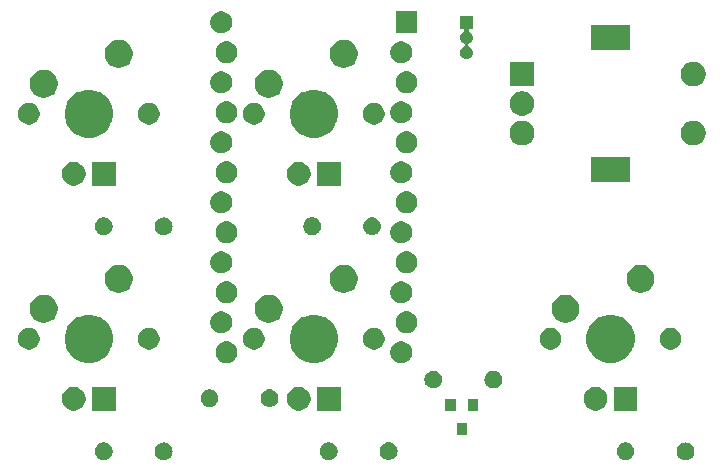
<source format=gbr>
G04 #@! TF.GenerationSoftware,KiCad,Pcbnew,(5.1.4)-1*
G04 #@! TF.CreationDate,2020-08-10T14:14:40+08:00*
G04 #@! TF.ProjectId,BentoPad,42656e74-6f50-4616-942e-6b696361645f,rev?*
G04 #@! TF.SameCoordinates,Original*
G04 #@! TF.FileFunction,Soldermask,Bot*
G04 #@! TF.FilePolarity,Negative*
%FSLAX46Y46*%
G04 Gerber Fmt 4.6, Leading zero omitted, Abs format (unit mm)*
G04 Created by KiCad (PCBNEW (5.1.4)-1) date 2020-08-10 14:14:40*
%MOMM*%
%LPD*%
G04 APERTURE LIST*
%ADD10C,0.100000*%
G04 APERTURE END LIST*
D10*
G36*
X38893665Y-64552622D02*
G01*
X38967222Y-64559867D01*
X39108786Y-64602810D01*
X39108788Y-64602811D01*
X39168019Y-64634471D01*
X39239252Y-64672546D01*
X39269040Y-64696992D01*
X39353607Y-64766393D01*
X39423008Y-64850960D01*
X39447454Y-64880748D01*
X39517190Y-65011214D01*
X39560133Y-65152778D01*
X39574633Y-65300000D01*
X39560133Y-65447222D01*
X39517190Y-65588786D01*
X39447454Y-65719252D01*
X39423008Y-65749040D01*
X39353607Y-65833607D01*
X39293004Y-65883341D01*
X39239252Y-65927454D01*
X39239250Y-65927455D01*
X39127497Y-65987189D01*
X39108786Y-65997190D01*
X38967222Y-66040133D01*
X38893665Y-66047378D01*
X38856888Y-66051000D01*
X38783112Y-66051000D01*
X38746335Y-66047378D01*
X38672778Y-66040133D01*
X38531214Y-65997190D01*
X38512504Y-65987189D01*
X38400750Y-65927455D01*
X38400748Y-65927454D01*
X38346996Y-65883341D01*
X38286393Y-65833607D01*
X38216992Y-65749040D01*
X38192546Y-65719252D01*
X38122810Y-65588786D01*
X38079867Y-65447222D01*
X38065367Y-65300000D01*
X38079867Y-65152778D01*
X38122810Y-65011214D01*
X38192546Y-64880748D01*
X38216992Y-64850960D01*
X38286393Y-64766393D01*
X38370960Y-64696992D01*
X38400748Y-64672546D01*
X38471981Y-64634471D01*
X38531212Y-64602811D01*
X38531214Y-64602810D01*
X38672778Y-64559867D01*
X38746335Y-64552622D01*
X38783112Y-64549000D01*
X38856888Y-64549000D01*
X38893665Y-64552622D01*
X38893665Y-64552622D01*
G37*
G36*
X78139059Y-64577860D02*
G01*
X78199294Y-64602810D01*
X78275732Y-64634472D01*
X78398735Y-64716660D01*
X78503340Y-64821265D01*
X78585528Y-64944268D01*
X78585529Y-64944270D01*
X78642140Y-65080941D01*
X78671000Y-65226032D01*
X78671000Y-65373968D01*
X78658418Y-65437222D01*
X78642140Y-65519059D01*
X78585528Y-65655732D01*
X78503340Y-65778735D01*
X78398735Y-65883340D01*
X78275732Y-65965528D01*
X78275731Y-65965529D01*
X78275730Y-65965529D01*
X78139059Y-66022140D01*
X77993968Y-66051000D01*
X77846032Y-66051000D01*
X77700941Y-66022140D01*
X77564270Y-65965529D01*
X77564269Y-65965529D01*
X77564268Y-65965528D01*
X77441265Y-65883340D01*
X77336660Y-65778735D01*
X77254472Y-65655732D01*
X77197860Y-65519059D01*
X77181582Y-65437222D01*
X77169000Y-65373968D01*
X77169000Y-65226032D01*
X77197860Y-65080941D01*
X77254471Y-64944270D01*
X77254472Y-64944268D01*
X77336660Y-64821265D01*
X77441265Y-64716660D01*
X77564268Y-64634472D01*
X77640707Y-64602810D01*
X77700941Y-64577860D01*
X77846032Y-64549000D01*
X77993968Y-64549000D01*
X78139059Y-64577860D01*
X78139059Y-64577860D01*
G37*
G36*
X83073665Y-64552622D02*
G01*
X83147222Y-64559867D01*
X83288786Y-64602810D01*
X83288788Y-64602811D01*
X83348019Y-64634471D01*
X83419252Y-64672546D01*
X83449040Y-64696992D01*
X83533607Y-64766393D01*
X83603008Y-64850960D01*
X83627454Y-64880748D01*
X83697190Y-65011214D01*
X83740133Y-65152778D01*
X83754633Y-65300000D01*
X83740133Y-65447222D01*
X83697190Y-65588786D01*
X83627454Y-65719252D01*
X83603008Y-65749040D01*
X83533607Y-65833607D01*
X83473004Y-65883341D01*
X83419252Y-65927454D01*
X83419250Y-65927455D01*
X83307497Y-65987189D01*
X83288786Y-65997190D01*
X83147222Y-66040133D01*
X83073665Y-66047378D01*
X83036888Y-66051000D01*
X82963112Y-66051000D01*
X82926335Y-66047378D01*
X82852778Y-66040133D01*
X82711214Y-65997190D01*
X82692504Y-65987189D01*
X82580750Y-65927455D01*
X82580748Y-65927454D01*
X82526996Y-65883341D01*
X82466393Y-65833607D01*
X82396992Y-65749040D01*
X82372546Y-65719252D01*
X82302810Y-65588786D01*
X82259867Y-65447222D01*
X82245367Y-65300000D01*
X82259867Y-65152778D01*
X82302810Y-65011214D01*
X82372546Y-64880748D01*
X82396992Y-64850960D01*
X82466393Y-64766393D01*
X82550960Y-64696992D01*
X82580748Y-64672546D01*
X82651981Y-64634471D01*
X82711212Y-64602811D01*
X82711214Y-64602810D01*
X82852778Y-64559867D01*
X82926335Y-64552622D01*
X82963112Y-64549000D01*
X83036888Y-64549000D01*
X83073665Y-64552622D01*
X83073665Y-64552622D01*
G37*
G36*
X33959059Y-64577860D02*
G01*
X34019294Y-64602810D01*
X34095732Y-64634472D01*
X34218735Y-64716660D01*
X34323340Y-64821265D01*
X34405528Y-64944268D01*
X34405529Y-64944270D01*
X34462140Y-65080941D01*
X34491000Y-65226032D01*
X34491000Y-65373968D01*
X34478418Y-65437222D01*
X34462140Y-65519059D01*
X34405528Y-65655732D01*
X34323340Y-65778735D01*
X34218735Y-65883340D01*
X34095732Y-65965528D01*
X34095731Y-65965529D01*
X34095730Y-65965529D01*
X33959059Y-66022140D01*
X33813968Y-66051000D01*
X33666032Y-66051000D01*
X33520941Y-66022140D01*
X33384270Y-65965529D01*
X33384269Y-65965529D01*
X33384268Y-65965528D01*
X33261265Y-65883340D01*
X33156660Y-65778735D01*
X33074472Y-65655732D01*
X33017860Y-65519059D01*
X33001582Y-65437222D01*
X32989000Y-65373968D01*
X32989000Y-65226032D01*
X33017860Y-65080941D01*
X33074471Y-64944270D01*
X33074472Y-64944268D01*
X33156660Y-64821265D01*
X33261265Y-64716660D01*
X33384268Y-64634472D01*
X33460707Y-64602810D01*
X33520941Y-64577860D01*
X33666032Y-64549000D01*
X33813968Y-64549000D01*
X33959059Y-64577860D01*
X33959059Y-64577860D01*
G37*
G36*
X57943665Y-64542622D02*
G01*
X58017222Y-64549867D01*
X58158786Y-64592810D01*
X58158788Y-64592811D01*
X58218019Y-64624471D01*
X58289252Y-64662546D01*
X58301437Y-64672546D01*
X58403607Y-64756393D01*
X58456846Y-64821267D01*
X58497454Y-64870748D01*
X58567190Y-65001214D01*
X58610133Y-65142778D01*
X58624633Y-65290000D01*
X58610133Y-65437222D01*
X58567190Y-65578786D01*
X58497454Y-65709252D01*
X58489247Y-65719252D01*
X58403607Y-65823607D01*
X58343004Y-65873341D01*
X58289252Y-65917454D01*
X58224019Y-65952322D01*
X58199313Y-65965528D01*
X58158786Y-65987190D01*
X58017222Y-66030133D01*
X57943665Y-66037378D01*
X57906888Y-66041000D01*
X57833112Y-66041000D01*
X57796335Y-66037378D01*
X57722778Y-66030133D01*
X57581214Y-65987190D01*
X57540688Y-65965528D01*
X57515981Y-65952322D01*
X57450748Y-65917454D01*
X57396996Y-65873341D01*
X57336393Y-65823607D01*
X57250753Y-65719252D01*
X57242546Y-65709252D01*
X57172810Y-65578786D01*
X57129867Y-65437222D01*
X57115367Y-65290000D01*
X57129867Y-65142778D01*
X57172810Y-65001214D01*
X57242546Y-64870748D01*
X57283154Y-64821267D01*
X57336393Y-64756393D01*
X57438563Y-64672546D01*
X57450748Y-64662546D01*
X57521981Y-64624471D01*
X57581212Y-64592811D01*
X57581214Y-64592810D01*
X57722778Y-64549867D01*
X57796335Y-64542622D01*
X57833112Y-64539000D01*
X57906888Y-64539000D01*
X57943665Y-64542622D01*
X57943665Y-64542622D01*
G37*
G36*
X53009059Y-64567860D02*
G01*
X53093436Y-64602810D01*
X53145732Y-64624472D01*
X53268735Y-64706660D01*
X53373340Y-64811265D01*
X53419767Y-64880748D01*
X53455529Y-64934270D01*
X53512140Y-65070941D01*
X53528419Y-65152780D01*
X53541000Y-65216033D01*
X53541000Y-65363967D01*
X53512140Y-65509059D01*
X53455528Y-65645732D01*
X53373340Y-65768735D01*
X53268735Y-65873340D01*
X53145732Y-65955528D01*
X53145731Y-65955529D01*
X53145730Y-65955529D01*
X53009059Y-66012140D01*
X52863968Y-66041000D01*
X52716032Y-66041000D01*
X52570941Y-66012140D01*
X52434270Y-65955529D01*
X52434269Y-65955529D01*
X52434268Y-65955528D01*
X52311265Y-65873340D01*
X52206660Y-65768735D01*
X52124472Y-65645732D01*
X52067860Y-65509059D01*
X52039000Y-65363967D01*
X52039000Y-65216033D01*
X52051582Y-65152780D01*
X52067860Y-65070941D01*
X52124471Y-64934270D01*
X52160233Y-64880748D01*
X52206660Y-64811265D01*
X52311265Y-64706660D01*
X52434268Y-64624472D01*
X52486565Y-64602810D01*
X52570941Y-64567860D01*
X52716032Y-64539000D01*
X52863968Y-64539000D01*
X53009059Y-64567860D01*
X53009059Y-64567860D01*
G37*
G36*
X64521000Y-63911000D02*
G01*
X63619000Y-63911000D01*
X63619000Y-62909000D01*
X64521000Y-62909000D01*
X64521000Y-63911000D01*
X64521000Y-63911000D01*
G37*
G36*
X63571000Y-61911000D02*
G01*
X62669000Y-61911000D01*
X62669000Y-60909000D01*
X63571000Y-60909000D01*
X63571000Y-61911000D01*
X63571000Y-61911000D01*
G37*
G36*
X65471000Y-61911000D02*
G01*
X64569000Y-61911000D01*
X64569000Y-60909000D01*
X65471000Y-60909000D01*
X65471000Y-61911000D01*
X65471000Y-61911000D01*
G37*
G36*
X50381425Y-59856988D02*
G01*
X50547710Y-59890063D01*
X50730336Y-59965709D01*
X50894694Y-60075530D01*
X51034470Y-60215306D01*
X51144291Y-60379664D01*
X51219937Y-60562290D01*
X51258500Y-60756164D01*
X51258500Y-60953836D01*
X51219937Y-61147710D01*
X51144291Y-61330336D01*
X51034470Y-61494694D01*
X50894694Y-61634470D01*
X50730336Y-61744291D01*
X50547710Y-61819937D01*
X50381425Y-61853012D01*
X50353837Y-61858500D01*
X50156163Y-61858500D01*
X50128575Y-61853012D01*
X49962290Y-61819937D01*
X49779664Y-61744291D01*
X49615306Y-61634470D01*
X49475530Y-61494694D01*
X49365709Y-61330336D01*
X49290063Y-61147710D01*
X49251500Y-60953836D01*
X49251500Y-60756164D01*
X49290063Y-60562290D01*
X49365709Y-60379664D01*
X49475530Y-60215306D01*
X49615306Y-60075530D01*
X49779664Y-59965709D01*
X49962290Y-59890063D01*
X50128575Y-59856988D01*
X50156163Y-59851500D01*
X50353837Y-59851500D01*
X50381425Y-59856988D01*
X50381425Y-59856988D01*
G37*
G36*
X31331425Y-59856988D02*
G01*
X31497710Y-59890063D01*
X31680336Y-59965709D01*
X31844694Y-60075530D01*
X31984470Y-60215306D01*
X32094291Y-60379664D01*
X32169937Y-60562290D01*
X32208500Y-60756164D01*
X32208500Y-60953836D01*
X32169937Y-61147710D01*
X32094291Y-61330336D01*
X31984470Y-61494694D01*
X31844694Y-61634470D01*
X31680336Y-61744291D01*
X31497710Y-61819937D01*
X31331425Y-61853012D01*
X31303837Y-61858500D01*
X31106163Y-61858500D01*
X31078575Y-61853012D01*
X30912290Y-61819937D01*
X30729664Y-61744291D01*
X30565306Y-61634470D01*
X30425530Y-61494694D01*
X30315709Y-61330336D01*
X30240063Y-61147710D01*
X30201500Y-60953836D01*
X30201500Y-60756164D01*
X30240063Y-60562290D01*
X30315709Y-60379664D01*
X30425530Y-60215306D01*
X30565306Y-60075530D01*
X30729664Y-59965709D01*
X30912290Y-59890063D01*
X31078575Y-59856988D01*
X31106163Y-59851500D01*
X31303837Y-59851500D01*
X31331425Y-59856988D01*
X31331425Y-59856988D01*
G37*
G36*
X53798500Y-61858500D02*
G01*
X51791500Y-61858500D01*
X51791500Y-59851500D01*
X53798500Y-59851500D01*
X53798500Y-61858500D01*
X53798500Y-61858500D01*
G37*
G36*
X75506425Y-59856988D02*
G01*
X75672710Y-59890063D01*
X75855336Y-59965709D01*
X76019694Y-60075530D01*
X76159470Y-60215306D01*
X76269291Y-60379664D01*
X76344937Y-60562290D01*
X76383500Y-60756164D01*
X76383500Y-60953836D01*
X76344937Y-61147710D01*
X76269291Y-61330336D01*
X76159470Y-61494694D01*
X76019694Y-61634470D01*
X75855336Y-61744291D01*
X75672710Y-61819937D01*
X75506425Y-61853012D01*
X75478837Y-61858500D01*
X75281163Y-61858500D01*
X75253575Y-61853012D01*
X75087290Y-61819937D01*
X74904664Y-61744291D01*
X74740306Y-61634470D01*
X74600530Y-61494694D01*
X74490709Y-61330336D01*
X74415063Y-61147710D01*
X74376500Y-60953836D01*
X74376500Y-60756164D01*
X74415063Y-60562290D01*
X74490709Y-60379664D01*
X74600530Y-60215306D01*
X74740306Y-60075530D01*
X74904664Y-59965709D01*
X75087290Y-59890063D01*
X75253575Y-59856988D01*
X75281163Y-59851500D01*
X75478837Y-59851500D01*
X75506425Y-59856988D01*
X75506425Y-59856988D01*
G37*
G36*
X78923500Y-61858500D02*
G01*
X76916500Y-61858500D01*
X76916500Y-59851500D01*
X78923500Y-59851500D01*
X78923500Y-61858500D01*
X78923500Y-61858500D01*
G37*
G36*
X34748500Y-61858500D02*
G01*
X32741500Y-61858500D01*
X32741500Y-59851500D01*
X34748500Y-59851500D01*
X34748500Y-61858500D01*
X34748500Y-61858500D01*
G37*
G36*
X42919059Y-60077860D02*
G01*
X42979294Y-60102810D01*
X43055732Y-60134472D01*
X43178735Y-60216660D01*
X43283340Y-60321265D01*
X43365528Y-60444268D01*
X43365529Y-60444270D01*
X43414415Y-60562291D01*
X43422140Y-60580941D01*
X43451000Y-60726033D01*
X43451000Y-60873967D01*
X43422140Y-61019059D01*
X43365528Y-61155732D01*
X43283340Y-61278735D01*
X43178735Y-61383340D01*
X43055732Y-61465528D01*
X43055731Y-61465529D01*
X43055730Y-61465529D01*
X42919059Y-61522140D01*
X42773968Y-61551000D01*
X42626032Y-61551000D01*
X42480941Y-61522140D01*
X42344270Y-61465529D01*
X42344269Y-61465529D01*
X42344268Y-61465528D01*
X42221265Y-61383340D01*
X42116660Y-61278735D01*
X42034472Y-61155732D01*
X41977860Y-61019059D01*
X41949000Y-60873967D01*
X41949000Y-60726033D01*
X41977860Y-60580941D01*
X41985585Y-60562291D01*
X42034471Y-60444270D01*
X42034472Y-60444268D01*
X42116660Y-60321265D01*
X42221265Y-60216660D01*
X42344268Y-60134472D01*
X42420707Y-60102810D01*
X42480941Y-60077860D01*
X42626032Y-60049000D01*
X42773968Y-60049000D01*
X42919059Y-60077860D01*
X42919059Y-60077860D01*
G37*
G36*
X47853665Y-60052622D02*
G01*
X47927222Y-60059867D01*
X48068786Y-60102810D01*
X48199252Y-60172546D01*
X48229040Y-60196992D01*
X48313607Y-60266393D01*
X48383008Y-60350960D01*
X48407454Y-60380748D01*
X48477190Y-60511214D01*
X48520133Y-60652778D01*
X48534633Y-60800000D01*
X48520133Y-60947222D01*
X48477190Y-61088786D01*
X48407454Y-61219252D01*
X48383008Y-61249040D01*
X48313607Y-61333607D01*
X48253004Y-61383341D01*
X48199252Y-61427454D01*
X48199250Y-61427455D01*
X48073460Y-61494692D01*
X48068786Y-61497190D01*
X47927222Y-61540133D01*
X47853665Y-61547378D01*
X47816888Y-61551000D01*
X47743112Y-61551000D01*
X47706335Y-61547378D01*
X47632778Y-61540133D01*
X47491214Y-61497190D01*
X47486541Y-61494692D01*
X47360750Y-61427455D01*
X47360748Y-61427454D01*
X47306996Y-61383341D01*
X47246393Y-61333607D01*
X47176992Y-61249040D01*
X47152546Y-61219252D01*
X47082810Y-61088786D01*
X47039867Y-60947222D01*
X47025367Y-60800000D01*
X47039867Y-60652778D01*
X47082810Y-60511214D01*
X47152546Y-60380748D01*
X47176992Y-60350960D01*
X47246393Y-60266393D01*
X47330960Y-60196992D01*
X47360748Y-60172546D01*
X47491214Y-60102810D01*
X47632778Y-60059867D01*
X47706335Y-60052622D01*
X47743112Y-60049000D01*
X47816888Y-60049000D01*
X47853665Y-60052622D01*
X47853665Y-60052622D01*
G37*
G36*
X61869059Y-58507860D02*
G01*
X61929294Y-58532810D01*
X62005732Y-58564472D01*
X62128735Y-58646660D01*
X62233340Y-58751265D01*
X62315528Y-58874268D01*
X62372140Y-59010941D01*
X62401000Y-59156033D01*
X62401000Y-59303967D01*
X62372140Y-59449059D01*
X62315528Y-59585732D01*
X62233340Y-59708735D01*
X62128735Y-59813340D01*
X62005732Y-59895528D01*
X62005731Y-59895529D01*
X62005730Y-59895529D01*
X61869059Y-59952140D01*
X61723968Y-59981000D01*
X61576032Y-59981000D01*
X61430941Y-59952140D01*
X61294270Y-59895529D01*
X61294269Y-59895529D01*
X61294268Y-59895528D01*
X61171265Y-59813340D01*
X61066660Y-59708735D01*
X60984472Y-59585732D01*
X60927860Y-59449059D01*
X60899000Y-59303967D01*
X60899000Y-59156033D01*
X60927860Y-59010941D01*
X60984472Y-58874268D01*
X61066660Y-58751265D01*
X61171265Y-58646660D01*
X61294268Y-58564472D01*
X61370707Y-58532810D01*
X61430941Y-58507860D01*
X61576032Y-58479000D01*
X61723968Y-58479000D01*
X61869059Y-58507860D01*
X61869059Y-58507860D01*
G37*
G36*
X66803665Y-58482622D02*
G01*
X66877222Y-58489867D01*
X67018786Y-58532810D01*
X67149252Y-58602546D01*
X67179040Y-58626992D01*
X67263607Y-58696393D01*
X67333008Y-58780960D01*
X67357454Y-58810748D01*
X67427190Y-58941214D01*
X67470133Y-59082778D01*
X67484633Y-59230000D01*
X67470133Y-59377222D01*
X67427190Y-59518786D01*
X67357454Y-59649252D01*
X67333008Y-59679040D01*
X67263607Y-59763607D01*
X67203004Y-59813341D01*
X67149252Y-59857454D01*
X67018786Y-59927190D01*
X66877222Y-59970133D01*
X66803665Y-59977378D01*
X66766888Y-59981000D01*
X66693112Y-59981000D01*
X66656335Y-59977378D01*
X66582778Y-59970133D01*
X66441214Y-59927190D01*
X66310748Y-59857454D01*
X66256996Y-59813341D01*
X66196393Y-59763607D01*
X66126992Y-59679040D01*
X66102546Y-59649252D01*
X66032810Y-59518786D01*
X65989867Y-59377222D01*
X65975367Y-59230000D01*
X65989867Y-59082778D01*
X66032810Y-58941214D01*
X66102546Y-58810748D01*
X66126992Y-58780960D01*
X66196393Y-58696393D01*
X66280960Y-58626992D01*
X66310748Y-58602546D01*
X66441214Y-58532810D01*
X66582778Y-58489867D01*
X66656335Y-58482622D01*
X66693112Y-58479000D01*
X66766888Y-58479000D01*
X66803665Y-58482622D01*
X66803665Y-58482622D01*
G37*
G36*
X59186883Y-56028335D02*
G01*
X59355640Y-56098236D01*
X59507518Y-56199718D01*
X59636682Y-56328882D01*
X59738164Y-56480760D01*
X59808065Y-56649517D01*
X59843700Y-56828668D01*
X59843700Y-57011332D01*
X59808065Y-57190483D01*
X59738164Y-57359240D01*
X59636682Y-57511118D01*
X59507518Y-57640282D01*
X59355640Y-57741764D01*
X59186883Y-57811665D01*
X59007732Y-57847300D01*
X58825068Y-57847300D01*
X58645917Y-57811665D01*
X58477160Y-57741764D01*
X58325282Y-57640282D01*
X58196118Y-57511118D01*
X58094636Y-57359240D01*
X58024735Y-57190483D01*
X57989100Y-57011332D01*
X57989100Y-56828668D01*
X58024735Y-56649517D01*
X58094636Y-56480760D01*
X58196118Y-56328882D01*
X58325282Y-56199718D01*
X58477160Y-56098236D01*
X58645917Y-56028335D01*
X58825068Y-55992700D01*
X59007732Y-55992700D01*
X59186883Y-56028335D01*
X59186883Y-56028335D01*
G37*
G36*
X44404083Y-56028335D02*
G01*
X44572840Y-56098236D01*
X44724718Y-56199718D01*
X44853882Y-56328882D01*
X44955364Y-56480760D01*
X45025265Y-56649517D01*
X45060900Y-56828668D01*
X45060900Y-57011332D01*
X45025265Y-57190483D01*
X44955364Y-57359240D01*
X44853882Y-57511118D01*
X44724718Y-57640282D01*
X44572840Y-57741764D01*
X44404083Y-57811665D01*
X44224932Y-57847300D01*
X44042268Y-57847300D01*
X43863117Y-57811665D01*
X43694360Y-57741764D01*
X43542482Y-57640282D01*
X43413318Y-57511118D01*
X43311836Y-57359240D01*
X43241935Y-57190483D01*
X43206300Y-57011332D01*
X43206300Y-56828668D01*
X43241935Y-56649517D01*
X43311836Y-56480760D01*
X43413318Y-56328882D01*
X43542482Y-56199718D01*
X43694360Y-56098236D01*
X43863117Y-56028335D01*
X44042268Y-55992700D01*
X44224932Y-55992700D01*
X44404083Y-56028335D01*
X44404083Y-56028335D01*
G37*
G36*
X77246474Y-53808684D02*
G01*
X77464474Y-53898983D01*
X77618623Y-53962833D01*
X77953548Y-54186623D01*
X78238377Y-54471452D01*
X78462167Y-54806377D01*
X78494562Y-54884586D01*
X78616316Y-55178526D01*
X78694900Y-55573594D01*
X78694900Y-55976406D01*
X78616316Y-56371474D01*
X78565451Y-56494272D01*
X78462167Y-56743623D01*
X78238377Y-57078548D01*
X77953548Y-57363377D01*
X77618623Y-57587167D01*
X77490394Y-57640281D01*
X77246474Y-57741316D01*
X76851406Y-57819900D01*
X76448594Y-57819900D01*
X76053526Y-57741316D01*
X75809606Y-57640281D01*
X75681377Y-57587167D01*
X75346452Y-57363377D01*
X75061623Y-57078548D01*
X74837833Y-56743623D01*
X74734549Y-56494272D01*
X74683684Y-56371474D01*
X74605100Y-55976406D01*
X74605100Y-55573594D01*
X74683684Y-55178526D01*
X74805438Y-54884586D01*
X74837833Y-54806377D01*
X75061623Y-54471452D01*
X75346452Y-54186623D01*
X75681377Y-53962833D01*
X75835526Y-53898983D01*
X76053526Y-53808684D01*
X76448594Y-53730100D01*
X76851406Y-53730100D01*
X77246474Y-53808684D01*
X77246474Y-53808684D01*
G37*
G36*
X33071474Y-53808684D02*
G01*
X33289474Y-53898983D01*
X33443623Y-53962833D01*
X33778548Y-54186623D01*
X34063377Y-54471452D01*
X34287167Y-54806377D01*
X34319562Y-54884586D01*
X34441316Y-55178526D01*
X34519900Y-55573594D01*
X34519900Y-55976406D01*
X34441316Y-56371474D01*
X34390451Y-56494272D01*
X34287167Y-56743623D01*
X34063377Y-57078548D01*
X33778548Y-57363377D01*
X33443623Y-57587167D01*
X33315394Y-57640281D01*
X33071474Y-57741316D01*
X32676406Y-57819900D01*
X32273594Y-57819900D01*
X31878526Y-57741316D01*
X31634606Y-57640281D01*
X31506377Y-57587167D01*
X31171452Y-57363377D01*
X30886623Y-57078548D01*
X30662833Y-56743623D01*
X30559549Y-56494272D01*
X30508684Y-56371474D01*
X30430100Y-55976406D01*
X30430100Y-55573594D01*
X30508684Y-55178526D01*
X30630438Y-54884586D01*
X30662833Y-54806377D01*
X30886623Y-54471452D01*
X31171452Y-54186623D01*
X31506377Y-53962833D01*
X31660526Y-53898983D01*
X31878526Y-53808684D01*
X32273594Y-53730100D01*
X32676406Y-53730100D01*
X33071474Y-53808684D01*
X33071474Y-53808684D01*
G37*
G36*
X52121474Y-53808684D02*
G01*
X52339474Y-53898983D01*
X52493623Y-53962833D01*
X52828548Y-54186623D01*
X53113377Y-54471452D01*
X53337167Y-54806377D01*
X53369562Y-54884586D01*
X53491316Y-55178526D01*
X53569900Y-55573594D01*
X53569900Y-55976406D01*
X53491316Y-56371474D01*
X53440451Y-56494272D01*
X53337167Y-56743623D01*
X53113377Y-57078548D01*
X52828548Y-57363377D01*
X52493623Y-57587167D01*
X52365394Y-57640281D01*
X52121474Y-57741316D01*
X51726406Y-57819900D01*
X51323594Y-57819900D01*
X50928526Y-57741316D01*
X50684606Y-57640281D01*
X50556377Y-57587167D01*
X50221452Y-57363377D01*
X49936623Y-57078548D01*
X49712833Y-56743623D01*
X49609549Y-56494272D01*
X49558684Y-56371474D01*
X49480100Y-55976406D01*
X49480100Y-55573594D01*
X49558684Y-55178526D01*
X49680438Y-54884586D01*
X49712833Y-54806377D01*
X49936623Y-54471452D01*
X50221452Y-54186623D01*
X50556377Y-53962833D01*
X50710526Y-53898983D01*
X50928526Y-53808684D01*
X51323594Y-53730100D01*
X51726406Y-53730100D01*
X52121474Y-53808684D01*
X52121474Y-53808684D01*
G37*
G36*
X37825104Y-54884585D02*
G01*
X37993626Y-54954389D01*
X38145291Y-55055728D01*
X38274272Y-55184709D01*
X38375611Y-55336374D01*
X38445415Y-55504896D01*
X38481000Y-55683797D01*
X38481000Y-55866203D01*
X38445415Y-56045104D01*
X38375611Y-56213626D01*
X38274272Y-56365291D01*
X38145291Y-56494272D01*
X37993626Y-56595611D01*
X37825104Y-56665415D01*
X37646203Y-56701000D01*
X37463797Y-56701000D01*
X37284896Y-56665415D01*
X37116374Y-56595611D01*
X36964709Y-56494272D01*
X36835728Y-56365291D01*
X36734389Y-56213626D01*
X36664585Y-56045104D01*
X36629000Y-55866203D01*
X36629000Y-55683797D01*
X36664585Y-55504896D01*
X36734389Y-55336374D01*
X36835728Y-55184709D01*
X36964709Y-55055728D01*
X37116374Y-54954389D01*
X37284896Y-54884585D01*
X37463797Y-54849000D01*
X37646203Y-54849000D01*
X37825104Y-54884585D01*
X37825104Y-54884585D01*
G37*
G36*
X27665104Y-54884585D02*
G01*
X27833626Y-54954389D01*
X27985291Y-55055728D01*
X28114272Y-55184709D01*
X28215611Y-55336374D01*
X28285415Y-55504896D01*
X28321000Y-55683797D01*
X28321000Y-55866203D01*
X28285415Y-56045104D01*
X28215611Y-56213626D01*
X28114272Y-56365291D01*
X27985291Y-56494272D01*
X27833626Y-56595611D01*
X27665104Y-56665415D01*
X27486203Y-56701000D01*
X27303797Y-56701000D01*
X27124896Y-56665415D01*
X26956374Y-56595611D01*
X26804709Y-56494272D01*
X26675728Y-56365291D01*
X26574389Y-56213626D01*
X26504585Y-56045104D01*
X26469000Y-55866203D01*
X26469000Y-55683797D01*
X26504585Y-55504896D01*
X26574389Y-55336374D01*
X26675728Y-55184709D01*
X26804709Y-55055728D01*
X26956374Y-54954389D01*
X27124896Y-54884585D01*
X27303797Y-54849000D01*
X27486203Y-54849000D01*
X27665104Y-54884585D01*
X27665104Y-54884585D01*
G37*
G36*
X56875104Y-54884585D02*
G01*
X57043626Y-54954389D01*
X57195291Y-55055728D01*
X57324272Y-55184709D01*
X57425611Y-55336374D01*
X57495415Y-55504896D01*
X57531000Y-55683797D01*
X57531000Y-55866203D01*
X57495415Y-56045104D01*
X57425611Y-56213626D01*
X57324272Y-56365291D01*
X57195291Y-56494272D01*
X57043626Y-56595611D01*
X56875104Y-56665415D01*
X56696203Y-56701000D01*
X56513797Y-56701000D01*
X56334896Y-56665415D01*
X56166374Y-56595611D01*
X56014709Y-56494272D01*
X55885728Y-56365291D01*
X55784389Y-56213626D01*
X55714585Y-56045104D01*
X55679000Y-55866203D01*
X55679000Y-55683797D01*
X55714585Y-55504896D01*
X55784389Y-55336374D01*
X55885728Y-55184709D01*
X56014709Y-55055728D01*
X56166374Y-54954389D01*
X56334896Y-54884585D01*
X56513797Y-54849000D01*
X56696203Y-54849000D01*
X56875104Y-54884585D01*
X56875104Y-54884585D01*
G37*
G36*
X46715104Y-54884585D02*
G01*
X46883626Y-54954389D01*
X47035291Y-55055728D01*
X47164272Y-55184709D01*
X47265611Y-55336374D01*
X47335415Y-55504896D01*
X47371000Y-55683797D01*
X47371000Y-55866203D01*
X47335415Y-56045104D01*
X47265611Y-56213626D01*
X47164272Y-56365291D01*
X47035291Y-56494272D01*
X46883626Y-56595611D01*
X46715104Y-56665415D01*
X46536203Y-56701000D01*
X46353797Y-56701000D01*
X46174896Y-56665415D01*
X46006374Y-56595611D01*
X45854709Y-56494272D01*
X45725728Y-56365291D01*
X45624389Y-56213626D01*
X45554585Y-56045104D01*
X45519000Y-55866203D01*
X45519000Y-55683797D01*
X45554585Y-55504896D01*
X45624389Y-55336374D01*
X45725728Y-55184709D01*
X45854709Y-55055728D01*
X46006374Y-54954389D01*
X46174896Y-54884585D01*
X46353797Y-54849000D01*
X46536203Y-54849000D01*
X46715104Y-54884585D01*
X46715104Y-54884585D01*
G37*
G36*
X71840104Y-54884585D02*
G01*
X72008626Y-54954389D01*
X72160291Y-55055728D01*
X72289272Y-55184709D01*
X72390611Y-55336374D01*
X72460415Y-55504896D01*
X72496000Y-55683797D01*
X72496000Y-55866203D01*
X72460415Y-56045104D01*
X72390611Y-56213626D01*
X72289272Y-56365291D01*
X72160291Y-56494272D01*
X72008626Y-56595611D01*
X71840104Y-56665415D01*
X71661203Y-56701000D01*
X71478797Y-56701000D01*
X71299896Y-56665415D01*
X71131374Y-56595611D01*
X70979709Y-56494272D01*
X70850728Y-56365291D01*
X70749389Y-56213626D01*
X70679585Y-56045104D01*
X70644000Y-55866203D01*
X70644000Y-55683797D01*
X70679585Y-55504896D01*
X70749389Y-55336374D01*
X70850728Y-55184709D01*
X70979709Y-55055728D01*
X71131374Y-54954389D01*
X71299896Y-54884585D01*
X71478797Y-54849000D01*
X71661203Y-54849000D01*
X71840104Y-54884585D01*
X71840104Y-54884585D01*
G37*
G36*
X82000104Y-54884585D02*
G01*
X82168626Y-54954389D01*
X82320291Y-55055728D01*
X82449272Y-55184709D01*
X82550611Y-55336374D01*
X82620415Y-55504896D01*
X82656000Y-55683797D01*
X82656000Y-55866203D01*
X82620415Y-56045104D01*
X82550611Y-56213626D01*
X82449272Y-56365291D01*
X82320291Y-56494272D01*
X82168626Y-56595611D01*
X82000104Y-56665415D01*
X81821203Y-56701000D01*
X81638797Y-56701000D01*
X81459896Y-56665415D01*
X81291374Y-56595611D01*
X81139709Y-56494272D01*
X81010728Y-56365291D01*
X80909389Y-56213626D01*
X80839585Y-56045104D01*
X80804000Y-55866203D01*
X80804000Y-55683797D01*
X80839585Y-55504896D01*
X80909389Y-55336374D01*
X81010728Y-55184709D01*
X81139709Y-55055728D01*
X81291374Y-54954389D01*
X81459896Y-54884585D01*
X81638797Y-54849000D01*
X81821203Y-54849000D01*
X82000104Y-54884585D01*
X82000104Y-54884585D01*
G37*
G36*
X59644083Y-53488335D02*
G01*
X59812840Y-53558236D01*
X59964718Y-53659718D01*
X60093882Y-53788882D01*
X60195364Y-53940760D01*
X60265265Y-54109517D01*
X60300900Y-54288668D01*
X60300900Y-54471332D01*
X60265265Y-54650483D01*
X60195364Y-54819240D01*
X60093882Y-54971118D01*
X59964718Y-55100282D01*
X59812840Y-55201764D01*
X59644083Y-55271665D01*
X59464932Y-55307300D01*
X59282268Y-55307300D01*
X59103117Y-55271665D01*
X58934360Y-55201764D01*
X58782482Y-55100282D01*
X58653318Y-54971118D01*
X58551836Y-54819240D01*
X58481935Y-54650483D01*
X58446300Y-54471332D01*
X58446300Y-54288668D01*
X58481935Y-54109517D01*
X58551836Y-53940760D01*
X58653318Y-53788882D01*
X58782482Y-53659718D01*
X58934360Y-53558236D01*
X59103117Y-53488335D01*
X59282268Y-53452700D01*
X59464932Y-53452700D01*
X59644083Y-53488335D01*
X59644083Y-53488335D01*
G37*
G36*
X43946883Y-53488335D02*
G01*
X44115640Y-53558236D01*
X44267518Y-53659718D01*
X44396682Y-53788882D01*
X44498164Y-53940760D01*
X44568065Y-54109517D01*
X44603700Y-54288668D01*
X44603700Y-54471332D01*
X44568065Y-54650483D01*
X44498164Y-54819240D01*
X44396682Y-54971118D01*
X44267518Y-55100282D01*
X44115640Y-55201764D01*
X43946883Y-55271665D01*
X43767732Y-55307300D01*
X43585068Y-55307300D01*
X43405917Y-55271665D01*
X43237160Y-55201764D01*
X43085282Y-55100282D01*
X42956118Y-54971118D01*
X42854636Y-54819240D01*
X42784735Y-54650483D01*
X42749100Y-54471332D01*
X42749100Y-54288668D01*
X42784735Y-54109517D01*
X42854636Y-53940760D01*
X42956118Y-53788882D01*
X43085282Y-53659718D01*
X43237160Y-53558236D01*
X43405917Y-53488335D01*
X43585068Y-53452700D01*
X43767732Y-53452700D01*
X43946883Y-53488335D01*
X43946883Y-53488335D01*
G37*
G36*
X47906560Y-52074064D02*
G01*
X48058027Y-52104193D01*
X48272045Y-52192842D01*
X48272046Y-52192843D01*
X48464654Y-52321539D01*
X48628461Y-52485346D01*
X48678531Y-52560282D01*
X48757158Y-52677955D01*
X48845807Y-52891973D01*
X48891000Y-53119174D01*
X48891000Y-53350826D01*
X48845807Y-53578027D01*
X48757158Y-53792045D01*
X48757157Y-53792046D01*
X48628461Y-53984654D01*
X48464654Y-54148461D01*
X48407540Y-54186623D01*
X48272045Y-54277158D01*
X48058027Y-54365807D01*
X47906560Y-54395936D01*
X47830827Y-54411000D01*
X47599173Y-54411000D01*
X47523440Y-54395936D01*
X47371973Y-54365807D01*
X47157955Y-54277158D01*
X47022460Y-54186623D01*
X46965346Y-54148461D01*
X46801539Y-53984654D01*
X46672843Y-53792046D01*
X46672842Y-53792045D01*
X46584193Y-53578027D01*
X46539000Y-53350826D01*
X46539000Y-53119174D01*
X46584193Y-52891973D01*
X46672842Y-52677955D01*
X46751469Y-52560282D01*
X46801539Y-52485346D01*
X46965346Y-52321539D01*
X47157954Y-52192843D01*
X47157955Y-52192842D01*
X47371973Y-52104193D01*
X47523440Y-52074064D01*
X47599173Y-52059000D01*
X47830827Y-52059000D01*
X47906560Y-52074064D01*
X47906560Y-52074064D01*
G37*
G36*
X28856560Y-52074064D02*
G01*
X29008027Y-52104193D01*
X29222045Y-52192842D01*
X29222046Y-52192843D01*
X29414654Y-52321539D01*
X29578461Y-52485346D01*
X29628531Y-52560282D01*
X29707158Y-52677955D01*
X29795807Y-52891973D01*
X29841000Y-53119174D01*
X29841000Y-53350826D01*
X29795807Y-53578027D01*
X29707158Y-53792045D01*
X29707157Y-53792046D01*
X29578461Y-53984654D01*
X29414654Y-54148461D01*
X29357540Y-54186623D01*
X29222045Y-54277158D01*
X29008027Y-54365807D01*
X28856560Y-54395936D01*
X28780827Y-54411000D01*
X28549173Y-54411000D01*
X28473440Y-54395936D01*
X28321973Y-54365807D01*
X28107955Y-54277158D01*
X27972460Y-54186623D01*
X27915346Y-54148461D01*
X27751539Y-53984654D01*
X27622843Y-53792046D01*
X27622842Y-53792045D01*
X27534193Y-53578027D01*
X27489000Y-53350826D01*
X27489000Y-53119174D01*
X27534193Y-52891973D01*
X27622842Y-52677955D01*
X27701469Y-52560282D01*
X27751539Y-52485346D01*
X27915346Y-52321539D01*
X28107954Y-52192843D01*
X28107955Y-52192842D01*
X28321973Y-52104193D01*
X28473440Y-52074064D01*
X28549173Y-52059000D01*
X28780827Y-52059000D01*
X28856560Y-52074064D01*
X28856560Y-52074064D01*
G37*
G36*
X73031560Y-52074064D02*
G01*
X73183027Y-52104193D01*
X73397045Y-52192842D01*
X73397046Y-52192843D01*
X73589654Y-52321539D01*
X73753461Y-52485346D01*
X73803531Y-52560282D01*
X73882158Y-52677955D01*
X73970807Y-52891973D01*
X74016000Y-53119174D01*
X74016000Y-53350826D01*
X73970807Y-53578027D01*
X73882158Y-53792045D01*
X73882157Y-53792046D01*
X73753461Y-53984654D01*
X73589654Y-54148461D01*
X73532540Y-54186623D01*
X73397045Y-54277158D01*
X73183027Y-54365807D01*
X73031560Y-54395936D01*
X72955827Y-54411000D01*
X72724173Y-54411000D01*
X72648440Y-54395936D01*
X72496973Y-54365807D01*
X72282955Y-54277158D01*
X72147460Y-54186623D01*
X72090346Y-54148461D01*
X71926539Y-53984654D01*
X71797843Y-53792046D01*
X71797842Y-53792045D01*
X71709193Y-53578027D01*
X71664000Y-53350826D01*
X71664000Y-53119174D01*
X71709193Y-52891973D01*
X71797842Y-52677955D01*
X71876469Y-52560282D01*
X71926539Y-52485346D01*
X72090346Y-52321539D01*
X72282954Y-52192843D01*
X72282955Y-52192842D01*
X72496973Y-52104193D01*
X72648440Y-52074064D01*
X72724173Y-52059000D01*
X72955827Y-52059000D01*
X73031560Y-52074064D01*
X73031560Y-52074064D01*
G37*
G36*
X59186883Y-50948335D02*
G01*
X59355640Y-51018236D01*
X59507518Y-51119718D01*
X59636682Y-51248882D01*
X59738164Y-51400760D01*
X59808065Y-51569517D01*
X59843700Y-51748668D01*
X59843700Y-51931332D01*
X59808065Y-52110483D01*
X59738164Y-52279240D01*
X59636682Y-52431118D01*
X59507518Y-52560282D01*
X59355640Y-52661764D01*
X59186883Y-52731665D01*
X59007732Y-52767300D01*
X58825068Y-52767300D01*
X58645917Y-52731665D01*
X58477160Y-52661764D01*
X58325282Y-52560282D01*
X58196118Y-52431118D01*
X58094636Y-52279240D01*
X58024735Y-52110483D01*
X57989100Y-51931332D01*
X57989100Y-51748668D01*
X58024735Y-51569517D01*
X58094636Y-51400760D01*
X58196118Y-51248882D01*
X58325282Y-51119718D01*
X58477160Y-51018236D01*
X58645917Y-50948335D01*
X58825068Y-50912700D01*
X59007732Y-50912700D01*
X59186883Y-50948335D01*
X59186883Y-50948335D01*
G37*
G36*
X44404083Y-50948335D02*
G01*
X44572840Y-51018236D01*
X44724718Y-51119718D01*
X44853882Y-51248882D01*
X44955364Y-51400760D01*
X45025265Y-51569517D01*
X45060900Y-51748668D01*
X45060900Y-51931332D01*
X45025265Y-52110483D01*
X44955364Y-52279240D01*
X44853882Y-52431118D01*
X44724718Y-52560282D01*
X44572840Y-52661764D01*
X44404083Y-52731665D01*
X44224932Y-52767300D01*
X44042268Y-52767300D01*
X43863117Y-52731665D01*
X43694360Y-52661764D01*
X43542482Y-52560282D01*
X43413318Y-52431118D01*
X43311836Y-52279240D01*
X43241935Y-52110483D01*
X43206300Y-51931332D01*
X43206300Y-51748668D01*
X43241935Y-51569517D01*
X43311836Y-51400760D01*
X43413318Y-51248882D01*
X43542482Y-51119718D01*
X43694360Y-51018236D01*
X43863117Y-50948335D01*
X44042268Y-50912700D01*
X44224932Y-50912700D01*
X44404083Y-50948335D01*
X44404083Y-50948335D01*
G37*
G36*
X79381560Y-49534064D02*
G01*
X79533027Y-49564193D01*
X79747045Y-49652842D01*
X79747046Y-49652843D01*
X79939654Y-49781539D01*
X80103461Y-49945346D01*
X80153531Y-50020282D01*
X80232158Y-50137955D01*
X80320807Y-50351973D01*
X80366000Y-50579174D01*
X80366000Y-50810826D01*
X80320807Y-51038027D01*
X80232158Y-51252045D01*
X80232157Y-51252046D01*
X80103461Y-51444654D01*
X79939654Y-51608461D01*
X79811249Y-51694258D01*
X79747045Y-51737158D01*
X79533027Y-51825807D01*
X79381560Y-51855936D01*
X79305827Y-51871000D01*
X79074173Y-51871000D01*
X78998440Y-51855936D01*
X78846973Y-51825807D01*
X78632955Y-51737158D01*
X78568751Y-51694258D01*
X78440346Y-51608461D01*
X78276539Y-51444654D01*
X78147843Y-51252046D01*
X78147842Y-51252045D01*
X78059193Y-51038027D01*
X78014000Y-50810826D01*
X78014000Y-50579174D01*
X78059193Y-50351973D01*
X78147842Y-50137955D01*
X78226469Y-50020282D01*
X78276539Y-49945346D01*
X78440346Y-49781539D01*
X78632954Y-49652843D01*
X78632955Y-49652842D01*
X78846973Y-49564193D01*
X78998440Y-49534064D01*
X79074173Y-49519000D01*
X79305827Y-49519000D01*
X79381560Y-49534064D01*
X79381560Y-49534064D01*
G37*
G36*
X54256560Y-49534064D02*
G01*
X54408027Y-49564193D01*
X54622045Y-49652842D01*
X54622046Y-49652843D01*
X54814654Y-49781539D01*
X54978461Y-49945346D01*
X55028531Y-50020282D01*
X55107158Y-50137955D01*
X55195807Y-50351973D01*
X55241000Y-50579174D01*
X55241000Y-50810826D01*
X55195807Y-51038027D01*
X55107158Y-51252045D01*
X55107157Y-51252046D01*
X54978461Y-51444654D01*
X54814654Y-51608461D01*
X54686249Y-51694258D01*
X54622045Y-51737158D01*
X54408027Y-51825807D01*
X54256560Y-51855936D01*
X54180827Y-51871000D01*
X53949173Y-51871000D01*
X53873440Y-51855936D01*
X53721973Y-51825807D01*
X53507955Y-51737158D01*
X53443751Y-51694258D01*
X53315346Y-51608461D01*
X53151539Y-51444654D01*
X53022843Y-51252046D01*
X53022842Y-51252045D01*
X52934193Y-51038027D01*
X52889000Y-50810826D01*
X52889000Y-50579174D01*
X52934193Y-50351973D01*
X53022842Y-50137955D01*
X53101469Y-50020282D01*
X53151539Y-49945346D01*
X53315346Y-49781539D01*
X53507954Y-49652843D01*
X53507955Y-49652842D01*
X53721973Y-49564193D01*
X53873440Y-49534064D01*
X53949173Y-49519000D01*
X54180827Y-49519000D01*
X54256560Y-49534064D01*
X54256560Y-49534064D01*
G37*
G36*
X35206560Y-49534064D02*
G01*
X35358027Y-49564193D01*
X35572045Y-49652842D01*
X35572046Y-49652843D01*
X35764654Y-49781539D01*
X35928461Y-49945346D01*
X35978531Y-50020282D01*
X36057158Y-50137955D01*
X36145807Y-50351973D01*
X36191000Y-50579174D01*
X36191000Y-50810826D01*
X36145807Y-51038027D01*
X36057158Y-51252045D01*
X36057157Y-51252046D01*
X35928461Y-51444654D01*
X35764654Y-51608461D01*
X35636249Y-51694258D01*
X35572045Y-51737158D01*
X35358027Y-51825807D01*
X35206560Y-51855936D01*
X35130827Y-51871000D01*
X34899173Y-51871000D01*
X34823440Y-51855936D01*
X34671973Y-51825807D01*
X34457955Y-51737158D01*
X34393751Y-51694258D01*
X34265346Y-51608461D01*
X34101539Y-51444654D01*
X33972843Y-51252046D01*
X33972842Y-51252045D01*
X33884193Y-51038027D01*
X33839000Y-50810826D01*
X33839000Y-50579174D01*
X33884193Y-50351973D01*
X33972842Y-50137955D01*
X34051469Y-50020282D01*
X34101539Y-49945346D01*
X34265346Y-49781539D01*
X34457954Y-49652843D01*
X34457955Y-49652842D01*
X34671973Y-49564193D01*
X34823440Y-49534064D01*
X34899173Y-49519000D01*
X35130827Y-49519000D01*
X35206560Y-49534064D01*
X35206560Y-49534064D01*
G37*
G36*
X59644083Y-48408335D02*
G01*
X59812840Y-48478236D01*
X59964718Y-48579718D01*
X60093882Y-48708882D01*
X60195364Y-48860760D01*
X60265265Y-49029517D01*
X60300900Y-49208668D01*
X60300900Y-49391332D01*
X60265265Y-49570483D01*
X60195364Y-49739240D01*
X60093882Y-49891118D01*
X59964718Y-50020282D01*
X59812840Y-50121764D01*
X59644083Y-50191665D01*
X59464932Y-50227300D01*
X59282268Y-50227300D01*
X59103117Y-50191665D01*
X58934360Y-50121764D01*
X58782482Y-50020282D01*
X58653318Y-49891118D01*
X58551836Y-49739240D01*
X58481935Y-49570483D01*
X58446300Y-49391332D01*
X58446300Y-49208668D01*
X58481935Y-49029517D01*
X58551836Y-48860760D01*
X58653318Y-48708882D01*
X58782482Y-48579718D01*
X58934360Y-48478236D01*
X59103117Y-48408335D01*
X59282268Y-48372700D01*
X59464932Y-48372700D01*
X59644083Y-48408335D01*
X59644083Y-48408335D01*
G37*
G36*
X43946883Y-48408335D02*
G01*
X44115640Y-48478236D01*
X44267518Y-48579718D01*
X44396682Y-48708882D01*
X44498164Y-48860760D01*
X44568065Y-49029517D01*
X44603700Y-49208668D01*
X44603700Y-49391332D01*
X44568065Y-49570483D01*
X44498164Y-49739240D01*
X44396682Y-49891118D01*
X44267518Y-50020282D01*
X44115640Y-50121764D01*
X43946883Y-50191665D01*
X43767732Y-50227300D01*
X43585068Y-50227300D01*
X43405917Y-50191665D01*
X43237160Y-50121764D01*
X43085282Y-50020282D01*
X42956118Y-49891118D01*
X42854636Y-49739240D01*
X42784735Y-49570483D01*
X42749100Y-49391332D01*
X42749100Y-49208668D01*
X42784735Y-49029517D01*
X42854636Y-48860760D01*
X42956118Y-48708882D01*
X43085282Y-48579718D01*
X43237160Y-48478236D01*
X43405917Y-48408335D01*
X43585068Y-48372700D01*
X43767732Y-48372700D01*
X43946883Y-48408335D01*
X43946883Y-48408335D01*
G37*
G36*
X59186883Y-45868335D02*
G01*
X59355640Y-45938236D01*
X59507518Y-46039718D01*
X59636682Y-46168882D01*
X59738164Y-46320760D01*
X59808065Y-46489517D01*
X59843700Y-46668668D01*
X59843700Y-46851332D01*
X59808065Y-47030483D01*
X59738164Y-47199240D01*
X59636682Y-47351118D01*
X59507518Y-47480282D01*
X59355640Y-47581764D01*
X59186883Y-47651665D01*
X59007732Y-47687300D01*
X58825068Y-47687300D01*
X58645917Y-47651665D01*
X58477160Y-47581764D01*
X58325282Y-47480282D01*
X58196118Y-47351118D01*
X58094636Y-47199240D01*
X58024735Y-47030483D01*
X57989100Y-46851332D01*
X57989100Y-46668668D01*
X58024735Y-46489517D01*
X58094636Y-46320760D01*
X58196118Y-46168882D01*
X58325282Y-46039718D01*
X58477160Y-45938236D01*
X58645917Y-45868335D01*
X58825068Y-45832700D01*
X59007732Y-45832700D01*
X59186883Y-45868335D01*
X59186883Y-45868335D01*
G37*
G36*
X44404083Y-45868335D02*
G01*
X44572840Y-45938236D01*
X44724718Y-46039718D01*
X44853882Y-46168882D01*
X44955364Y-46320760D01*
X45025265Y-46489517D01*
X45060900Y-46668668D01*
X45060900Y-46851332D01*
X45025265Y-47030483D01*
X44955364Y-47199240D01*
X44853882Y-47351118D01*
X44724718Y-47480282D01*
X44572840Y-47581764D01*
X44404083Y-47651665D01*
X44224932Y-47687300D01*
X44042268Y-47687300D01*
X43863117Y-47651665D01*
X43694360Y-47581764D01*
X43542482Y-47480282D01*
X43413318Y-47351118D01*
X43311836Y-47199240D01*
X43241935Y-47030483D01*
X43206300Y-46851332D01*
X43206300Y-46668668D01*
X43241935Y-46489517D01*
X43311836Y-46320760D01*
X43413318Y-46168882D01*
X43542482Y-46039718D01*
X43694360Y-45938236D01*
X43863117Y-45868335D01*
X44042268Y-45832700D01*
X44224932Y-45832700D01*
X44404083Y-45868335D01*
X44404083Y-45868335D01*
G37*
G36*
X38893665Y-45502622D02*
G01*
X38967222Y-45509867D01*
X39108786Y-45552810D01*
X39108788Y-45552811D01*
X39168019Y-45584471D01*
X39239252Y-45622546D01*
X39269040Y-45646992D01*
X39353607Y-45716393D01*
X39423008Y-45800960D01*
X39447454Y-45830748D01*
X39517190Y-45961214D01*
X39560133Y-46102778D01*
X39574633Y-46250000D01*
X39560133Y-46397222D01*
X39517190Y-46538786D01*
X39447454Y-46669252D01*
X39423008Y-46699040D01*
X39353607Y-46783607D01*
X39293004Y-46833341D01*
X39239252Y-46877454D01*
X39239250Y-46877455D01*
X39127497Y-46937189D01*
X39108786Y-46947190D01*
X38967222Y-46990133D01*
X38893665Y-46997378D01*
X38856888Y-47001000D01*
X38783112Y-47001000D01*
X38746335Y-46997378D01*
X38672778Y-46990133D01*
X38531214Y-46947190D01*
X38512504Y-46937189D01*
X38400750Y-46877455D01*
X38400748Y-46877454D01*
X38346996Y-46833341D01*
X38286393Y-46783607D01*
X38216992Y-46699040D01*
X38192546Y-46669252D01*
X38122810Y-46538786D01*
X38079867Y-46397222D01*
X38065367Y-46250000D01*
X38079867Y-46102778D01*
X38122810Y-45961214D01*
X38192546Y-45830748D01*
X38216992Y-45800960D01*
X38286393Y-45716393D01*
X38370960Y-45646992D01*
X38400748Y-45622546D01*
X38471981Y-45584471D01*
X38531212Y-45552811D01*
X38531214Y-45552810D01*
X38672778Y-45509867D01*
X38746335Y-45502622D01*
X38783112Y-45499000D01*
X38856888Y-45499000D01*
X38893665Y-45502622D01*
X38893665Y-45502622D01*
G37*
G36*
X33959059Y-45527860D02*
G01*
X34019294Y-45552810D01*
X34095732Y-45584472D01*
X34218735Y-45666660D01*
X34323340Y-45771265D01*
X34405528Y-45894268D01*
X34405529Y-45894270D01*
X34462140Y-46030941D01*
X34491000Y-46176032D01*
X34491000Y-46323968D01*
X34478418Y-46387222D01*
X34462140Y-46469059D01*
X34405528Y-46605732D01*
X34323340Y-46728735D01*
X34218735Y-46833340D01*
X34095732Y-46915528D01*
X34095731Y-46915529D01*
X34095730Y-46915529D01*
X33959059Y-46972140D01*
X33813968Y-47001000D01*
X33666032Y-47001000D01*
X33520941Y-46972140D01*
X33384270Y-46915529D01*
X33384269Y-46915529D01*
X33384268Y-46915528D01*
X33261265Y-46833340D01*
X33156660Y-46728735D01*
X33074472Y-46605732D01*
X33017860Y-46469059D01*
X33001582Y-46387222D01*
X32989000Y-46323968D01*
X32989000Y-46176032D01*
X33017860Y-46030941D01*
X33074471Y-45894270D01*
X33074472Y-45894268D01*
X33156660Y-45771265D01*
X33261265Y-45666660D01*
X33384268Y-45584472D01*
X33460707Y-45552810D01*
X33520941Y-45527860D01*
X33666032Y-45499000D01*
X33813968Y-45499000D01*
X33959059Y-45527860D01*
X33959059Y-45527860D01*
G37*
G36*
X51599059Y-45517860D02*
G01*
X51683436Y-45552810D01*
X51735732Y-45574472D01*
X51858735Y-45656660D01*
X51963340Y-45761265D01*
X52009767Y-45830748D01*
X52045529Y-45884270D01*
X52102140Y-46020941D01*
X52118419Y-46102780D01*
X52131000Y-46166033D01*
X52131000Y-46313967D01*
X52102140Y-46459059D01*
X52045528Y-46595732D01*
X51963340Y-46718735D01*
X51858735Y-46823340D01*
X51735732Y-46905528D01*
X51735731Y-46905529D01*
X51735730Y-46905529D01*
X51599059Y-46962140D01*
X51453968Y-46991000D01*
X51306032Y-46991000D01*
X51160941Y-46962140D01*
X51024270Y-46905529D01*
X51024269Y-46905529D01*
X51024268Y-46905528D01*
X50901265Y-46823340D01*
X50796660Y-46718735D01*
X50714472Y-46595732D01*
X50657860Y-46459059D01*
X50629000Y-46313967D01*
X50629000Y-46166033D01*
X50641582Y-46102780D01*
X50657860Y-46020941D01*
X50714471Y-45884270D01*
X50750233Y-45830748D01*
X50796660Y-45761265D01*
X50901265Y-45656660D01*
X51024268Y-45574472D01*
X51076565Y-45552810D01*
X51160941Y-45517860D01*
X51306032Y-45489000D01*
X51453968Y-45489000D01*
X51599059Y-45517860D01*
X51599059Y-45517860D01*
G37*
G36*
X56533665Y-45492622D02*
G01*
X56607222Y-45499867D01*
X56748786Y-45542810D01*
X56748788Y-45542811D01*
X56808019Y-45574471D01*
X56879252Y-45612546D01*
X56891437Y-45622546D01*
X56993607Y-45706393D01*
X57046846Y-45771267D01*
X57087454Y-45820748D01*
X57157190Y-45951214D01*
X57200133Y-46092778D01*
X57214633Y-46240000D01*
X57200133Y-46387222D01*
X57157190Y-46528786D01*
X57087454Y-46659252D01*
X57079247Y-46669252D01*
X56993607Y-46773607D01*
X56933004Y-46823341D01*
X56879252Y-46867454D01*
X56814019Y-46902322D01*
X56789313Y-46915528D01*
X56748786Y-46937190D01*
X56607222Y-46980133D01*
X56533665Y-46987378D01*
X56496888Y-46991000D01*
X56423112Y-46991000D01*
X56386335Y-46987378D01*
X56312778Y-46980133D01*
X56171214Y-46937190D01*
X56130688Y-46915528D01*
X56105981Y-46902322D01*
X56040748Y-46867454D01*
X55986996Y-46823341D01*
X55926393Y-46773607D01*
X55840753Y-46669252D01*
X55832546Y-46659252D01*
X55762810Y-46528786D01*
X55719867Y-46387222D01*
X55705367Y-46240000D01*
X55719867Y-46092778D01*
X55762810Y-45951214D01*
X55832546Y-45820748D01*
X55873154Y-45771267D01*
X55926393Y-45706393D01*
X56028563Y-45622546D01*
X56040748Y-45612546D01*
X56111981Y-45574471D01*
X56171212Y-45542811D01*
X56171214Y-45542810D01*
X56312778Y-45499867D01*
X56386335Y-45492622D01*
X56423112Y-45489000D01*
X56496888Y-45489000D01*
X56533665Y-45492622D01*
X56533665Y-45492622D01*
G37*
G36*
X59644083Y-43328335D02*
G01*
X59812840Y-43398236D01*
X59964718Y-43499718D01*
X60093882Y-43628882D01*
X60195364Y-43780760D01*
X60265265Y-43949517D01*
X60300900Y-44128668D01*
X60300900Y-44311332D01*
X60265265Y-44490483D01*
X60195364Y-44659240D01*
X60093882Y-44811118D01*
X59964718Y-44940282D01*
X59812840Y-45041764D01*
X59644083Y-45111665D01*
X59464932Y-45147300D01*
X59282268Y-45147300D01*
X59103117Y-45111665D01*
X58934360Y-45041764D01*
X58782482Y-44940282D01*
X58653318Y-44811118D01*
X58551836Y-44659240D01*
X58481935Y-44490483D01*
X58446300Y-44311332D01*
X58446300Y-44128668D01*
X58481935Y-43949517D01*
X58551836Y-43780760D01*
X58653318Y-43628882D01*
X58782482Y-43499718D01*
X58934360Y-43398236D01*
X59103117Y-43328335D01*
X59282268Y-43292700D01*
X59464932Y-43292700D01*
X59644083Y-43328335D01*
X59644083Y-43328335D01*
G37*
G36*
X43946883Y-43328335D02*
G01*
X44115640Y-43398236D01*
X44267518Y-43499718D01*
X44396682Y-43628882D01*
X44498164Y-43780760D01*
X44568065Y-43949517D01*
X44603700Y-44128668D01*
X44603700Y-44311332D01*
X44568065Y-44490483D01*
X44498164Y-44659240D01*
X44396682Y-44811118D01*
X44267518Y-44940282D01*
X44115640Y-45041764D01*
X43946883Y-45111665D01*
X43767732Y-45147300D01*
X43585068Y-45147300D01*
X43405917Y-45111665D01*
X43237160Y-45041764D01*
X43085282Y-44940282D01*
X42956118Y-44811118D01*
X42854636Y-44659240D01*
X42784735Y-44490483D01*
X42749100Y-44311332D01*
X42749100Y-44128668D01*
X42784735Y-43949517D01*
X42854636Y-43780760D01*
X42956118Y-43628882D01*
X43085282Y-43499718D01*
X43237160Y-43398236D01*
X43405917Y-43328335D01*
X43585068Y-43292700D01*
X43767732Y-43292700D01*
X43946883Y-43328335D01*
X43946883Y-43328335D01*
G37*
G36*
X34748500Y-42808500D02*
G01*
X32741500Y-42808500D01*
X32741500Y-40801500D01*
X34748500Y-40801500D01*
X34748500Y-42808500D01*
X34748500Y-42808500D01*
G37*
G36*
X53798500Y-42808500D02*
G01*
X51791500Y-42808500D01*
X51791500Y-40801500D01*
X53798500Y-40801500D01*
X53798500Y-42808500D01*
X53798500Y-42808500D01*
G37*
G36*
X50381425Y-40806988D02*
G01*
X50547710Y-40840063D01*
X50730336Y-40915709D01*
X50894694Y-41025530D01*
X51034470Y-41165306D01*
X51144291Y-41329664D01*
X51219937Y-41512290D01*
X51258500Y-41706164D01*
X51258500Y-41903836D01*
X51219937Y-42097710D01*
X51144291Y-42280336D01*
X51034470Y-42444694D01*
X50894694Y-42584470D01*
X50730336Y-42694291D01*
X50547710Y-42769937D01*
X50381425Y-42803012D01*
X50353837Y-42808500D01*
X50156163Y-42808500D01*
X50128575Y-42803012D01*
X49962290Y-42769937D01*
X49779664Y-42694291D01*
X49615306Y-42584470D01*
X49475530Y-42444694D01*
X49365709Y-42280336D01*
X49290063Y-42097710D01*
X49251500Y-41903836D01*
X49251500Y-41706164D01*
X49290063Y-41512290D01*
X49365709Y-41329664D01*
X49475530Y-41165306D01*
X49615306Y-41025530D01*
X49779664Y-40915709D01*
X49962290Y-40840063D01*
X50128575Y-40806988D01*
X50156163Y-40801500D01*
X50353837Y-40801500D01*
X50381425Y-40806988D01*
X50381425Y-40806988D01*
G37*
G36*
X31331425Y-40806988D02*
G01*
X31497710Y-40840063D01*
X31680336Y-40915709D01*
X31844694Y-41025530D01*
X31984470Y-41165306D01*
X32094291Y-41329664D01*
X32169937Y-41512290D01*
X32208500Y-41706164D01*
X32208500Y-41903836D01*
X32169937Y-42097710D01*
X32094291Y-42280336D01*
X31984470Y-42444694D01*
X31844694Y-42584470D01*
X31680336Y-42694291D01*
X31497710Y-42769937D01*
X31331425Y-42803012D01*
X31303837Y-42808500D01*
X31106163Y-42808500D01*
X31078575Y-42803012D01*
X30912290Y-42769937D01*
X30729664Y-42694291D01*
X30565306Y-42584470D01*
X30425530Y-42444694D01*
X30315709Y-42280336D01*
X30240063Y-42097710D01*
X30201500Y-41903836D01*
X30201500Y-41706164D01*
X30240063Y-41512290D01*
X30315709Y-41329664D01*
X30425530Y-41165306D01*
X30565306Y-41025530D01*
X30729664Y-40915709D01*
X30912290Y-40840063D01*
X31078575Y-40806988D01*
X31106163Y-40801500D01*
X31303837Y-40801500D01*
X31331425Y-40806988D01*
X31331425Y-40806988D01*
G37*
G36*
X44404083Y-40788335D02*
G01*
X44572840Y-40858236D01*
X44724718Y-40959718D01*
X44853882Y-41088882D01*
X44955364Y-41240760D01*
X45025265Y-41409517D01*
X45060900Y-41588668D01*
X45060900Y-41771332D01*
X45025265Y-41950483D01*
X44955364Y-42119240D01*
X44853882Y-42271118D01*
X44724718Y-42400282D01*
X44572840Y-42501764D01*
X44404083Y-42571665D01*
X44224932Y-42607300D01*
X44042268Y-42607300D01*
X43863117Y-42571665D01*
X43694360Y-42501764D01*
X43542482Y-42400282D01*
X43413318Y-42271118D01*
X43311836Y-42119240D01*
X43241935Y-41950483D01*
X43206300Y-41771332D01*
X43206300Y-41588668D01*
X43241935Y-41409517D01*
X43311836Y-41240760D01*
X43413318Y-41088882D01*
X43542482Y-40959718D01*
X43694360Y-40858236D01*
X43863117Y-40788335D01*
X44042268Y-40752700D01*
X44224932Y-40752700D01*
X44404083Y-40788335D01*
X44404083Y-40788335D01*
G37*
G36*
X59186883Y-40788335D02*
G01*
X59355640Y-40858236D01*
X59507518Y-40959718D01*
X59636682Y-41088882D01*
X59738164Y-41240760D01*
X59808065Y-41409517D01*
X59843700Y-41588668D01*
X59843700Y-41771332D01*
X59808065Y-41950483D01*
X59738164Y-42119240D01*
X59636682Y-42271118D01*
X59507518Y-42400282D01*
X59355640Y-42501764D01*
X59186883Y-42571665D01*
X59007732Y-42607300D01*
X58825068Y-42607300D01*
X58645917Y-42571665D01*
X58477160Y-42501764D01*
X58325282Y-42400282D01*
X58196118Y-42271118D01*
X58094636Y-42119240D01*
X58024735Y-41950483D01*
X57989100Y-41771332D01*
X57989100Y-41588668D01*
X58024735Y-41409517D01*
X58094636Y-41240760D01*
X58196118Y-41088882D01*
X58325282Y-40959718D01*
X58477160Y-40858236D01*
X58645917Y-40788335D01*
X58825068Y-40752700D01*
X59007732Y-40752700D01*
X59186883Y-40788335D01*
X59186883Y-40788335D01*
G37*
G36*
X78301000Y-42501000D02*
G01*
X74999000Y-42501000D01*
X74999000Y-40399000D01*
X78301000Y-40399000D01*
X78301000Y-42501000D01*
X78301000Y-42501000D01*
G37*
G36*
X59644083Y-38248335D02*
G01*
X59812840Y-38318236D01*
X59964718Y-38419718D01*
X60093882Y-38548882D01*
X60195364Y-38700760D01*
X60265265Y-38869517D01*
X60300900Y-39048668D01*
X60300900Y-39231332D01*
X60265265Y-39410483D01*
X60195364Y-39579240D01*
X60093882Y-39731118D01*
X59964718Y-39860282D01*
X59812840Y-39961764D01*
X59644083Y-40031665D01*
X59464932Y-40067300D01*
X59282268Y-40067300D01*
X59103117Y-40031665D01*
X58934360Y-39961764D01*
X58782482Y-39860282D01*
X58653318Y-39731118D01*
X58551836Y-39579240D01*
X58481935Y-39410483D01*
X58446300Y-39231332D01*
X58446300Y-39048668D01*
X58481935Y-38869517D01*
X58551836Y-38700760D01*
X58653318Y-38548882D01*
X58782482Y-38419718D01*
X58934360Y-38318236D01*
X59103117Y-38248335D01*
X59282268Y-38212700D01*
X59464932Y-38212700D01*
X59644083Y-38248335D01*
X59644083Y-38248335D01*
G37*
G36*
X43946883Y-38248335D02*
G01*
X44115640Y-38318236D01*
X44267518Y-38419718D01*
X44396682Y-38548882D01*
X44498164Y-38700760D01*
X44568065Y-38869517D01*
X44603700Y-39048668D01*
X44603700Y-39231332D01*
X44568065Y-39410483D01*
X44498164Y-39579240D01*
X44396682Y-39731118D01*
X44267518Y-39860282D01*
X44115640Y-39961764D01*
X43946883Y-40031665D01*
X43767732Y-40067300D01*
X43585068Y-40067300D01*
X43405917Y-40031665D01*
X43237160Y-39961764D01*
X43085282Y-39860282D01*
X42956118Y-39731118D01*
X42854636Y-39579240D01*
X42784735Y-39410483D01*
X42749100Y-39231332D01*
X42749100Y-39048668D01*
X42784735Y-38869517D01*
X42854636Y-38700760D01*
X42956118Y-38548882D01*
X43085282Y-38419718D01*
X43237160Y-38318236D01*
X43405917Y-38248335D01*
X43585068Y-38212700D01*
X43767732Y-38212700D01*
X43946883Y-38248335D01*
X43946883Y-38248335D01*
G37*
G36*
X83956564Y-37339389D02*
G01*
X84147833Y-37418615D01*
X84147835Y-37418616D01*
X84152546Y-37421764D01*
X84319973Y-37533635D01*
X84466365Y-37680027D01*
X84581385Y-37852167D01*
X84660611Y-38043436D01*
X84701000Y-38246484D01*
X84701000Y-38453516D01*
X84660611Y-38656564D01*
X84581385Y-38847833D01*
X84581384Y-38847835D01*
X84466365Y-39019973D01*
X84319973Y-39166365D01*
X84147835Y-39281384D01*
X84147834Y-39281385D01*
X84147833Y-39281385D01*
X83956564Y-39360611D01*
X83753516Y-39401000D01*
X83546484Y-39401000D01*
X83343436Y-39360611D01*
X83152167Y-39281385D01*
X83152166Y-39281385D01*
X83152165Y-39281384D01*
X82980027Y-39166365D01*
X82833635Y-39019973D01*
X82718616Y-38847835D01*
X82718615Y-38847833D01*
X82639389Y-38656564D01*
X82599000Y-38453516D01*
X82599000Y-38246484D01*
X82639389Y-38043436D01*
X82718615Y-37852167D01*
X82833635Y-37680027D01*
X82980027Y-37533635D01*
X83147454Y-37421764D01*
X83152165Y-37418616D01*
X83152167Y-37418615D01*
X83343436Y-37339389D01*
X83546484Y-37299000D01*
X83753516Y-37299000D01*
X83956564Y-37339389D01*
X83956564Y-37339389D01*
G37*
G36*
X69456564Y-37339389D02*
G01*
X69647833Y-37418615D01*
X69647835Y-37418616D01*
X69652546Y-37421764D01*
X69819973Y-37533635D01*
X69966365Y-37680027D01*
X70081385Y-37852167D01*
X70160611Y-38043436D01*
X70201000Y-38246484D01*
X70201000Y-38453516D01*
X70160611Y-38656564D01*
X70081385Y-38847833D01*
X70081384Y-38847835D01*
X69966365Y-39019973D01*
X69819973Y-39166365D01*
X69647835Y-39281384D01*
X69647834Y-39281385D01*
X69647833Y-39281385D01*
X69456564Y-39360611D01*
X69253516Y-39401000D01*
X69046484Y-39401000D01*
X68843436Y-39360611D01*
X68652167Y-39281385D01*
X68652166Y-39281385D01*
X68652165Y-39281384D01*
X68480027Y-39166365D01*
X68333635Y-39019973D01*
X68218616Y-38847835D01*
X68218615Y-38847833D01*
X68139389Y-38656564D01*
X68099000Y-38453516D01*
X68099000Y-38246484D01*
X68139389Y-38043436D01*
X68218615Y-37852167D01*
X68333635Y-37680027D01*
X68480027Y-37533635D01*
X68647454Y-37421764D01*
X68652165Y-37418616D01*
X68652167Y-37418615D01*
X68843436Y-37339389D01*
X69046484Y-37299000D01*
X69253516Y-37299000D01*
X69456564Y-37339389D01*
X69456564Y-37339389D01*
G37*
G36*
X33071474Y-34758684D02*
G01*
X33266313Y-34839389D01*
X33443623Y-34912833D01*
X33778548Y-35136623D01*
X34063377Y-35421452D01*
X34287167Y-35756377D01*
X34319562Y-35834586D01*
X34441316Y-36128526D01*
X34519900Y-36523594D01*
X34519900Y-36926406D01*
X34441316Y-37321474D01*
X34390451Y-37444272D01*
X34287167Y-37693623D01*
X34063377Y-38028548D01*
X33778548Y-38313377D01*
X33443623Y-38537167D01*
X33415340Y-38548882D01*
X33071474Y-38691316D01*
X32676406Y-38769900D01*
X32273594Y-38769900D01*
X31878526Y-38691316D01*
X31534660Y-38548882D01*
X31506377Y-38537167D01*
X31171452Y-38313377D01*
X30886623Y-38028548D01*
X30662833Y-37693623D01*
X30559549Y-37444272D01*
X30508684Y-37321474D01*
X30430100Y-36926406D01*
X30430100Y-36523594D01*
X30508684Y-36128526D01*
X30630438Y-35834586D01*
X30662833Y-35756377D01*
X30886623Y-35421452D01*
X31171452Y-35136623D01*
X31506377Y-34912833D01*
X31683687Y-34839389D01*
X31878526Y-34758684D01*
X32273594Y-34680100D01*
X32676406Y-34680100D01*
X33071474Y-34758684D01*
X33071474Y-34758684D01*
G37*
G36*
X52121474Y-34758684D02*
G01*
X52316313Y-34839389D01*
X52493623Y-34912833D01*
X52828548Y-35136623D01*
X53113377Y-35421452D01*
X53337167Y-35756377D01*
X53369562Y-35834586D01*
X53491316Y-36128526D01*
X53569900Y-36523594D01*
X53569900Y-36926406D01*
X53491316Y-37321474D01*
X53440451Y-37444272D01*
X53337167Y-37693623D01*
X53113377Y-38028548D01*
X52828548Y-38313377D01*
X52493623Y-38537167D01*
X52465340Y-38548882D01*
X52121474Y-38691316D01*
X51726406Y-38769900D01*
X51323594Y-38769900D01*
X50928526Y-38691316D01*
X50584660Y-38548882D01*
X50556377Y-38537167D01*
X50221452Y-38313377D01*
X49936623Y-38028548D01*
X49712833Y-37693623D01*
X49609549Y-37444272D01*
X49558684Y-37321474D01*
X49480100Y-36926406D01*
X49480100Y-36523594D01*
X49558684Y-36128526D01*
X49680438Y-35834586D01*
X49712833Y-35756377D01*
X49936623Y-35421452D01*
X50221452Y-35136623D01*
X50556377Y-34912833D01*
X50733687Y-34839389D01*
X50928526Y-34758684D01*
X51323594Y-34680100D01*
X51726406Y-34680100D01*
X52121474Y-34758684D01*
X52121474Y-34758684D01*
G37*
G36*
X27665104Y-35834585D02*
G01*
X27833626Y-35904389D01*
X27985291Y-36005728D01*
X28114272Y-36134709D01*
X28215611Y-36286374D01*
X28285415Y-36454896D01*
X28321000Y-36633797D01*
X28321000Y-36816203D01*
X28285415Y-36995104D01*
X28215611Y-37163626D01*
X28114272Y-37315291D01*
X27985291Y-37444272D01*
X27833626Y-37545611D01*
X27665104Y-37615415D01*
X27486203Y-37651000D01*
X27303797Y-37651000D01*
X27124896Y-37615415D01*
X26956374Y-37545611D01*
X26804709Y-37444272D01*
X26675728Y-37315291D01*
X26574389Y-37163626D01*
X26504585Y-36995104D01*
X26469000Y-36816203D01*
X26469000Y-36633797D01*
X26504585Y-36454896D01*
X26574389Y-36286374D01*
X26675728Y-36134709D01*
X26804709Y-36005728D01*
X26956374Y-35904389D01*
X27124896Y-35834585D01*
X27303797Y-35799000D01*
X27486203Y-35799000D01*
X27665104Y-35834585D01*
X27665104Y-35834585D01*
G37*
G36*
X56875104Y-35834585D02*
G01*
X57043626Y-35904389D01*
X57195291Y-36005728D01*
X57324272Y-36134709D01*
X57425611Y-36286374D01*
X57495415Y-36454896D01*
X57531000Y-36633797D01*
X57531000Y-36816203D01*
X57495415Y-36995104D01*
X57425611Y-37163626D01*
X57324272Y-37315291D01*
X57195291Y-37444272D01*
X57043626Y-37545611D01*
X56875104Y-37615415D01*
X56696203Y-37651000D01*
X56513797Y-37651000D01*
X56334896Y-37615415D01*
X56166374Y-37545611D01*
X56014709Y-37444272D01*
X55885728Y-37315291D01*
X55784389Y-37163626D01*
X55714585Y-36995104D01*
X55679000Y-36816203D01*
X55679000Y-36633797D01*
X55714585Y-36454896D01*
X55784389Y-36286374D01*
X55885728Y-36134709D01*
X56014709Y-36005728D01*
X56166374Y-35904389D01*
X56334896Y-35834585D01*
X56513797Y-35799000D01*
X56696203Y-35799000D01*
X56875104Y-35834585D01*
X56875104Y-35834585D01*
G37*
G36*
X37825104Y-35834585D02*
G01*
X37993626Y-35904389D01*
X38145291Y-36005728D01*
X38274272Y-36134709D01*
X38375611Y-36286374D01*
X38445415Y-36454896D01*
X38481000Y-36633797D01*
X38481000Y-36816203D01*
X38445415Y-36995104D01*
X38375611Y-37163626D01*
X38274272Y-37315291D01*
X38145291Y-37444272D01*
X37993626Y-37545611D01*
X37825104Y-37615415D01*
X37646203Y-37651000D01*
X37463797Y-37651000D01*
X37284896Y-37615415D01*
X37116374Y-37545611D01*
X36964709Y-37444272D01*
X36835728Y-37315291D01*
X36734389Y-37163626D01*
X36664585Y-36995104D01*
X36629000Y-36816203D01*
X36629000Y-36633797D01*
X36664585Y-36454896D01*
X36734389Y-36286374D01*
X36835728Y-36134709D01*
X36964709Y-36005728D01*
X37116374Y-35904389D01*
X37284896Y-35834585D01*
X37463797Y-35799000D01*
X37646203Y-35799000D01*
X37825104Y-35834585D01*
X37825104Y-35834585D01*
G37*
G36*
X46715104Y-35834585D02*
G01*
X46883626Y-35904389D01*
X47035291Y-36005728D01*
X47164272Y-36134709D01*
X47265611Y-36286374D01*
X47335415Y-36454896D01*
X47371000Y-36633797D01*
X47371000Y-36816203D01*
X47335415Y-36995104D01*
X47265611Y-37163626D01*
X47164272Y-37315291D01*
X47035291Y-37444272D01*
X46883626Y-37545611D01*
X46715104Y-37615415D01*
X46536203Y-37651000D01*
X46353797Y-37651000D01*
X46174896Y-37615415D01*
X46006374Y-37545611D01*
X45854709Y-37444272D01*
X45725728Y-37315291D01*
X45624389Y-37163626D01*
X45554585Y-36995104D01*
X45519000Y-36816203D01*
X45519000Y-36633797D01*
X45554585Y-36454896D01*
X45624389Y-36286374D01*
X45725728Y-36134709D01*
X45854709Y-36005728D01*
X46006374Y-35904389D01*
X46174896Y-35834585D01*
X46353797Y-35799000D01*
X46536203Y-35799000D01*
X46715104Y-35834585D01*
X46715104Y-35834585D01*
G37*
G36*
X44404083Y-35708335D02*
G01*
X44572840Y-35778236D01*
X44724718Y-35879718D01*
X44853882Y-36008882D01*
X44955364Y-36160760D01*
X45025265Y-36329517D01*
X45060900Y-36508668D01*
X45060900Y-36691332D01*
X45025265Y-36870483D01*
X44955364Y-37039240D01*
X44853882Y-37191118D01*
X44724718Y-37320282D01*
X44572840Y-37421764D01*
X44404083Y-37491665D01*
X44224932Y-37527300D01*
X44042268Y-37527300D01*
X43863117Y-37491665D01*
X43694360Y-37421764D01*
X43542482Y-37320282D01*
X43413318Y-37191118D01*
X43311836Y-37039240D01*
X43241935Y-36870483D01*
X43206300Y-36691332D01*
X43206300Y-36508668D01*
X43241935Y-36329517D01*
X43311836Y-36160760D01*
X43413318Y-36008882D01*
X43542482Y-35879718D01*
X43694360Y-35778236D01*
X43863117Y-35708335D01*
X44042268Y-35672700D01*
X44224932Y-35672700D01*
X44404083Y-35708335D01*
X44404083Y-35708335D01*
G37*
G36*
X59186883Y-35708335D02*
G01*
X59355640Y-35778236D01*
X59507518Y-35879718D01*
X59636682Y-36008882D01*
X59738164Y-36160760D01*
X59808065Y-36329517D01*
X59843700Y-36508668D01*
X59843700Y-36691332D01*
X59808065Y-36870483D01*
X59738164Y-37039240D01*
X59636682Y-37191118D01*
X59507518Y-37320282D01*
X59355640Y-37421764D01*
X59186883Y-37491665D01*
X59007732Y-37527300D01*
X58825068Y-37527300D01*
X58645917Y-37491665D01*
X58477160Y-37421764D01*
X58325282Y-37320282D01*
X58196118Y-37191118D01*
X58094636Y-37039240D01*
X58024735Y-36870483D01*
X57989100Y-36691332D01*
X57989100Y-36508668D01*
X58024735Y-36329517D01*
X58094636Y-36160760D01*
X58196118Y-36008882D01*
X58325282Y-35879718D01*
X58477160Y-35778236D01*
X58645917Y-35708335D01*
X58825068Y-35672700D01*
X59007732Y-35672700D01*
X59186883Y-35708335D01*
X59186883Y-35708335D01*
G37*
G36*
X69456564Y-34839389D02*
G01*
X69647833Y-34918615D01*
X69647835Y-34918616D01*
X69697296Y-34951665D01*
X69819973Y-35033635D01*
X69966365Y-35180027D01*
X70081385Y-35352167D01*
X70160611Y-35543436D01*
X70201000Y-35746484D01*
X70201000Y-35953516D01*
X70160611Y-36156564D01*
X70088972Y-36329517D01*
X70081384Y-36347835D01*
X69966365Y-36519973D01*
X69819973Y-36666365D01*
X69647835Y-36781384D01*
X69647834Y-36781385D01*
X69647833Y-36781385D01*
X69456564Y-36860611D01*
X69253516Y-36901000D01*
X69046484Y-36901000D01*
X68843436Y-36860611D01*
X68652167Y-36781385D01*
X68652166Y-36781385D01*
X68652165Y-36781384D01*
X68480027Y-36666365D01*
X68333635Y-36519973D01*
X68218616Y-36347835D01*
X68211028Y-36329517D01*
X68139389Y-36156564D01*
X68099000Y-35953516D01*
X68099000Y-35746484D01*
X68139389Y-35543436D01*
X68218615Y-35352167D01*
X68333635Y-35180027D01*
X68480027Y-35033635D01*
X68602704Y-34951665D01*
X68652165Y-34918616D01*
X68652167Y-34918615D01*
X68843436Y-34839389D01*
X69046484Y-34799000D01*
X69253516Y-34799000D01*
X69456564Y-34839389D01*
X69456564Y-34839389D01*
G37*
G36*
X47906560Y-33024064D02*
G01*
X48058027Y-33054193D01*
X48272045Y-33142842D01*
X48272046Y-33142843D01*
X48464654Y-33271539D01*
X48628461Y-33435346D01*
X48714258Y-33563751D01*
X48757158Y-33627955D01*
X48845807Y-33841973D01*
X48891000Y-34069174D01*
X48891000Y-34300826D01*
X48845807Y-34528027D01*
X48757158Y-34742045D01*
X48757157Y-34742046D01*
X48628461Y-34934654D01*
X48464654Y-35098461D01*
X48407540Y-35136623D01*
X48272045Y-35227158D01*
X48058027Y-35315807D01*
X47906560Y-35345936D01*
X47830827Y-35361000D01*
X47599173Y-35361000D01*
X47523440Y-35345936D01*
X47371973Y-35315807D01*
X47157955Y-35227158D01*
X47022460Y-35136623D01*
X46965346Y-35098461D01*
X46801539Y-34934654D01*
X46672843Y-34742046D01*
X46672842Y-34742045D01*
X46584193Y-34528027D01*
X46539000Y-34300826D01*
X46539000Y-34069174D01*
X46584193Y-33841973D01*
X46672842Y-33627955D01*
X46715742Y-33563751D01*
X46801539Y-33435346D01*
X46965346Y-33271539D01*
X47157954Y-33142843D01*
X47157955Y-33142842D01*
X47371973Y-33054193D01*
X47523440Y-33024064D01*
X47599173Y-33009000D01*
X47830827Y-33009000D01*
X47906560Y-33024064D01*
X47906560Y-33024064D01*
G37*
G36*
X28856560Y-33024064D02*
G01*
X29008027Y-33054193D01*
X29222045Y-33142842D01*
X29222046Y-33142843D01*
X29414654Y-33271539D01*
X29578461Y-33435346D01*
X29664258Y-33563751D01*
X29707158Y-33627955D01*
X29795807Y-33841973D01*
X29841000Y-34069174D01*
X29841000Y-34300826D01*
X29795807Y-34528027D01*
X29707158Y-34742045D01*
X29707157Y-34742046D01*
X29578461Y-34934654D01*
X29414654Y-35098461D01*
X29357540Y-35136623D01*
X29222045Y-35227158D01*
X29008027Y-35315807D01*
X28856560Y-35345936D01*
X28780827Y-35361000D01*
X28549173Y-35361000D01*
X28473440Y-35345936D01*
X28321973Y-35315807D01*
X28107955Y-35227158D01*
X27972460Y-35136623D01*
X27915346Y-35098461D01*
X27751539Y-34934654D01*
X27622843Y-34742046D01*
X27622842Y-34742045D01*
X27534193Y-34528027D01*
X27489000Y-34300826D01*
X27489000Y-34069174D01*
X27534193Y-33841973D01*
X27622842Y-33627955D01*
X27665742Y-33563751D01*
X27751539Y-33435346D01*
X27915346Y-33271539D01*
X28107954Y-33142843D01*
X28107955Y-33142842D01*
X28321973Y-33054193D01*
X28473440Y-33024064D01*
X28549173Y-33009000D01*
X28780827Y-33009000D01*
X28856560Y-33024064D01*
X28856560Y-33024064D01*
G37*
G36*
X43946883Y-33168335D02*
G01*
X44115640Y-33238236D01*
X44267518Y-33339718D01*
X44396682Y-33468882D01*
X44498164Y-33620760D01*
X44568065Y-33789517D01*
X44603700Y-33968668D01*
X44603700Y-34151332D01*
X44568065Y-34330483D01*
X44498164Y-34499240D01*
X44396682Y-34651118D01*
X44267518Y-34780282D01*
X44115640Y-34881764D01*
X43946883Y-34951665D01*
X43767732Y-34987300D01*
X43585068Y-34987300D01*
X43405917Y-34951665D01*
X43237160Y-34881764D01*
X43085282Y-34780282D01*
X42956118Y-34651118D01*
X42854636Y-34499240D01*
X42784735Y-34330483D01*
X42749100Y-34151332D01*
X42749100Y-33968668D01*
X42784735Y-33789517D01*
X42854636Y-33620760D01*
X42956118Y-33468882D01*
X43085282Y-33339718D01*
X43237160Y-33238236D01*
X43405917Y-33168335D01*
X43585068Y-33132700D01*
X43767732Y-33132700D01*
X43946883Y-33168335D01*
X43946883Y-33168335D01*
G37*
G36*
X59644083Y-33168335D02*
G01*
X59812840Y-33238236D01*
X59964718Y-33339718D01*
X60093882Y-33468882D01*
X60195364Y-33620760D01*
X60265265Y-33789517D01*
X60300900Y-33968668D01*
X60300900Y-34151332D01*
X60265265Y-34330483D01*
X60195364Y-34499240D01*
X60093882Y-34651118D01*
X59964718Y-34780282D01*
X59812840Y-34881764D01*
X59644083Y-34951665D01*
X59464932Y-34987300D01*
X59282268Y-34987300D01*
X59103117Y-34951665D01*
X58934360Y-34881764D01*
X58782482Y-34780282D01*
X58653318Y-34651118D01*
X58551836Y-34499240D01*
X58481935Y-34330483D01*
X58446300Y-34151332D01*
X58446300Y-33968668D01*
X58481935Y-33789517D01*
X58551836Y-33620760D01*
X58653318Y-33468882D01*
X58782482Y-33339718D01*
X58934360Y-33238236D01*
X59103117Y-33168335D01*
X59282268Y-33132700D01*
X59464932Y-33132700D01*
X59644083Y-33168335D01*
X59644083Y-33168335D01*
G37*
G36*
X70201000Y-34401000D02*
G01*
X68099000Y-34401000D01*
X68099000Y-32299000D01*
X70201000Y-32299000D01*
X70201000Y-34401000D01*
X70201000Y-34401000D01*
G37*
G36*
X83956564Y-32339389D02*
G01*
X84131054Y-32411665D01*
X84147835Y-32418616D01*
X84319973Y-32533635D01*
X84466365Y-32680027D01*
X84581385Y-32852167D01*
X84660611Y-33043436D01*
X84701000Y-33246484D01*
X84701000Y-33453516D01*
X84660611Y-33656564D01*
X84605540Y-33789517D01*
X84581384Y-33847835D01*
X84466365Y-34019973D01*
X84319973Y-34166365D01*
X84147835Y-34281384D01*
X84147834Y-34281385D01*
X84147833Y-34281385D01*
X83956564Y-34360611D01*
X83753516Y-34401000D01*
X83546484Y-34401000D01*
X83343436Y-34360611D01*
X83152167Y-34281385D01*
X83152166Y-34281385D01*
X83152165Y-34281384D01*
X82980027Y-34166365D01*
X82833635Y-34019973D01*
X82718616Y-33847835D01*
X82694460Y-33789517D01*
X82639389Y-33656564D01*
X82599000Y-33453516D01*
X82599000Y-33246484D01*
X82639389Y-33043436D01*
X82718615Y-32852167D01*
X82833635Y-32680027D01*
X82980027Y-32533635D01*
X83152165Y-32418616D01*
X83168946Y-32411665D01*
X83343436Y-32339389D01*
X83546484Y-32299000D01*
X83753516Y-32299000D01*
X83956564Y-32339389D01*
X83956564Y-32339389D01*
G37*
G36*
X54256560Y-30484064D02*
G01*
X54408027Y-30514193D01*
X54622045Y-30602842D01*
X54622046Y-30602843D01*
X54814654Y-30731539D01*
X54978461Y-30895346D01*
X55036111Y-30981626D01*
X55107158Y-31087955D01*
X55195807Y-31301973D01*
X55241000Y-31529174D01*
X55241000Y-31760826D01*
X55195807Y-31988027D01*
X55107158Y-32202045D01*
X55107157Y-32202046D01*
X54978461Y-32394654D01*
X54814654Y-32558461D01*
X54686249Y-32644258D01*
X54622045Y-32687158D01*
X54408027Y-32775807D01*
X54256560Y-32805936D01*
X54180827Y-32821000D01*
X53949173Y-32821000D01*
X53873440Y-32805936D01*
X53721973Y-32775807D01*
X53507955Y-32687158D01*
X53443751Y-32644258D01*
X53315346Y-32558461D01*
X53151539Y-32394654D01*
X53022843Y-32202046D01*
X53022842Y-32202045D01*
X52934193Y-31988027D01*
X52889000Y-31760826D01*
X52889000Y-31529174D01*
X52934193Y-31301973D01*
X53022842Y-31087955D01*
X53093889Y-30981626D01*
X53151539Y-30895346D01*
X53315346Y-30731539D01*
X53507954Y-30602843D01*
X53507955Y-30602842D01*
X53721973Y-30514193D01*
X53873440Y-30484064D01*
X53949173Y-30469000D01*
X54180827Y-30469000D01*
X54256560Y-30484064D01*
X54256560Y-30484064D01*
G37*
G36*
X35206560Y-30484064D02*
G01*
X35358027Y-30514193D01*
X35572045Y-30602842D01*
X35572046Y-30602843D01*
X35764654Y-30731539D01*
X35928461Y-30895346D01*
X35986111Y-30981626D01*
X36057158Y-31087955D01*
X36145807Y-31301973D01*
X36191000Y-31529174D01*
X36191000Y-31760826D01*
X36145807Y-31988027D01*
X36057158Y-32202045D01*
X36057157Y-32202046D01*
X35928461Y-32394654D01*
X35764654Y-32558461D01*
X35636249Y-32644258D01*
X35572045Y-32687158D01*
X35358027Y-32775807D01*
X35206560Y-32805936D01*
X35130827Y-32821000D01*
X34899173Y-32821000D01*
X34823440Y-32805936D01*
X34671973Y-32775807D01*
X34457955Y-32687158D01*
X34393751Y-32644258D01*
X34265346Y-32558461D01*
X34101539Y-32394654D01*
X33972843Y-32202046D01*
X33972842Y-32202045D01*
X33884193Y-31988027D01*
X33839000Y-31760826D01*
X33839000Y-31529174D01*
X33884193Y-31301973D01*
X33972842Y-31087955D01*
X34043889Y-30981626D01*
X34101539Y-30895346D01*
X34265346Y-30731539D01*
X34457954Y-30602843D01*
X34457955Y-30602842D01*
X34671973Y-30514193D01*
X34823440Y-30484064D01*
X34899173Y-30469000D01*
X35130827Y-30469000D01*
X35206560Y-30484064D01*
X35206560Y-30484064D01*
G37*
G36*
X44404083Y-30628335D02*
G01*
X44572840Y-30698236D01*
X44724718Y-30799718D01*
X44853882Y-30928882D01*
X44955364Y-31080760D01*
X45025265Y-31249517D01*
X45060900Y-31428668D01*
X45060900Y-31611332D01*
X45025265Y-31790483D01*
X44955364Y-31959240D01*
X44853882Y-32111118D01*
X44724718Y-32240282D01*
X44572840Y-32341764D01*
X44404083Y-32411665D01*
X44224932Y-32447300D01*
X44042268Y-32447300D01*
X43863117Y-32411665D01*
X43694360Y-32341764D01*
X43542482Y-32240282D01*
X43413318Y-32111118D01*
X43311836Y-31959240D01*
X43241935Y-31790483D01*
X43206300Y-31611332D01*
X43206300Y-31428668D01*
X43241935Y-31249517D01*
X43311836Y-31080760D01*
X43413318Y-30928882D01*
X43542482Y-30799718D01*
X43694360Y-30698236D01*
X43863117Y-30628335D01*
X44042268Y-30592700D01*
X44224932Y-30592700D01*
X44404083Y-30628335D01*
X44404083Y-30628335D01*
G37*
G36*
X59186883Y-30628335D02*
G01*
X59355640Y-30698236D01*
X59507518Y-30799718D01*
X59636682Y-30928882D01*
X59738164Y-31080760D01*
X59808065Y-31249517D01*
X59843700Y-31428668D01*
X59843700Y-31611332D01*
X59808065Y-31790483D01*
X59738164Y-31959240D01*
X59636682Y-32111118D01*
X59507518Y-32240282D01*
X59355640Y-32341764D01*
X59186883Y-32411665D01*
X59007732Y-32447300D01*
X58825068Y-32447300D01*
X58645917Y-32411665D01*
X58477160Y-32341764D01*
X58325282Y-32240282D01*
X58196118Y-32111118D01*
X58094636Y-31959240D01*
X58024735Y-31790483D01*
X57989100Y-31611332D01*
X57989100Y-31428668D01*
X58024735Y-31249517D01*
X58094636Y-31080760D01*
X58196118Y-30928882D01*
X58325282Y-30799718D01*
X58477160Y-30698236D01*
X58645917Y-30628335D01*
X58825068Y-30592700D01*
X59007732Y-30592700D01*
X59186883Y-30628335D01*
X59186883Y-30628335D01*
G37*
G36*
X65001000Y-29531000D02*
G01*
X64772735Y-29531000D01*
X64748349Y-29533402D01*
X64724900Y-29540515D01*
X64703289Y-29552066D01*
X64684347Y-29567611D01*
X64668802Y-29586553D01*
X64657251Y-29608164D01*
X64650138Y-29631613D01*
X64647736Y-29655999D01*
X64650138Y-29680385D01*
X64657251Y-29703834D01*
X64668802Y-29725445D01*
X64684347Y-29744387D01*
X64703289Y-29759932D01*
X64713802Y-29766233D01*
X64757600Y-29789644D01*
X64757602Y-29789645D01*
X64757601Y-29789645D01*
X64841501Y-29858499D01*
X64910357Y-29942400D01*
X64946995Y-30010945D01*
X64961521Y-30038121D01*
X64993027Y-30141985D01*
X65003666Y-30250000D01*
X64993027Y-30358015D01*
X64961521Y-30461879D01*
X64946995Y-30489055D01*
X64910357Y-30557600D01*
X64841501Y-30641501D01*
X64757600Y-30710357D01*
X64689055Y-30746995D01*
X64661879Y-30761521D01*
X64649131Y-30765388D01*
X64626504Y-30774760D01*
X64606130Y-30788374D01*
X64588803Y-30805701D01*
X64575189Y-30826075D01*
X64565812Y-30848714D01*
X64561031Y-30872747D01*
X64561031Y-30897251D01*
X64565811Y-30921285D01*
X64575188Y-30943924D01*
X64588802Y-30964298D01*
X64606129Y-30981625D01*
X64626503Y-30995239D01*
X64649131Y-31004612D01*
X64661879Y-31008479D01*
X64689055Y-31023005D01*
X64757600Y-31059643D01*
X64841501Y-31128499D01*
X64910357Y-31212400D01*
X64930196Y-31249517D01*
X64961521Y-31308121D01*
X64993027Y-31411985D01*
X65003666Y-31520000D01*
X64993027Y-31628015D01*
X64961521Y-31731879D01*
X64961519Y-31731882D01*
X64910357Y-31827600D01*
X64841501Y-31911501D01*
X64757600Y-31980357D01*
X64689055Y-32016995D01*
X64661879Y-32031521D01*
X64558015Y-32063027D01*
X64477067Y-32071000D01*
X64422933Y-32071000D01*
X64341985Y-32063027D01*
X64238121Y-32031521D01*
X64210945Y-32016995D01*
X64142400Y-31980357D01*
X64058499Y-31911501D01*
X63989643Y-31827600D01*
X63938481Y-31731882D01*
X63938479Y-31731879D01*
X63906973Y-31628015D01*
X63896334Y-31520000D01*
X63906973Y-31411985D01*
X63938479Y-31308121D01*
X63969804Y-31249517D01*
X63989643Y-31212400D01*
X64058499Y-31128499D01*
X64142400Y-31059643D01*
X64210945Y-31023005D01*
X64238121Y-31008479D01*
X64250869Y-31004612D01*
X64273496Y-30995240D01*
X64293870Y-30981626D01*
X64311197Y-30964299D01*
X64324811Y-30943925D01*
X64334188Y-30921286D01*
X64338969Y-30897253D01*
X64338969Y-30872749D01*
X64334189Y-30848715D01*
X64324812Y-30826076D01*
X64311198Y-30805702D01*
X64293871Y-30788375D01*
X64273497Y-30774761D01*
X64250869Y-30765388D01*
X64238121Y-30761521D01*
X64210945Y-30746995D01*
X64142400Y-30710357D01*
X64058499Y-30641501D01*
X63989643Y-30557600D01*
X63953005Y-30489055D01*
X63938479Y-30461879D01*
X63906973Y-30358015D01*
X63896334Y-30250000D01*
X63906973Y-30141985D01*
X63938479Y-30038121D01*
X63953005Y-30010945D01*
X63989643Y-29942400D01*
X64058499Y-29858499D01*
X64142399Y-29789645D01*
X64142398Y-29789645D01*
X64142400Y-29789644D01*
X64186193Y-29766236D01*
X64206563Y-29752625D01*
X64223890Y-29735298D01*
X64237504Y-29714924D01*
X64246881Y-29692285D01*
X64251662Y-29668252D01*
X64251662Y-29643748D01*
X64246882Y-29619714D01*
X64237505Y-29597076D01*
X64223891Y-29576701D01*
X64206564Y-29559374D01*
X64186190Y-29545760D01*
X64163551Y-29536383D01*
X64139518Y-29531602D01*
X64127265Y-29531000D01*
X63899000Y-29531000D01*
X63899000Y-28429000D01*
X65001000Y-28429000D01*
X65001000Y-29531000D01*
X65001000Y-29531000D01*
G37*
G36*
X78301000Y-31301000D02*
G01*
X74999000Y-31301000D01*
X74999000Y-29199000D01*
X78301000Y-29199000D01*
X78301000Y-31301000D01*
X78301000Y-31301000D01*
G37*
G36*
X43946883Y-28088335D02*
G01*
X44115640Y-28158236D01*
X44267518Y-28259718D01*
X44396682Y-28388882D01*
X44498164Y-28540760D01*
X44568065Y-28709517D01*
X44603700Y-28888668D01*
X44603700Y-29071332D01*
X44568065Y-29250483D01*
X44498164Y-29419240D01*
X44396682Y-29571118D01*
X44267518Y-29700282D01*
X44115640Y-29801764D01*
X43946883Y-29871665D01*
X43767732Y-29907300D01*
X43585068Y-29907300D01*
X43405917Y-29871665D01*
X43237160Y-29801764D01*
X43085282Y-29700282D01*
X42956118Y-29571118D01*
X42854636Y-29419240D01*
X42784735Y-29250483D01*
X42749100Y-29071332D01*
X42749100Y-28888668D01*
X42784735Y-28709517D01*
X42854636Y-28540760D01*
X42956118Y-28388882D01*
X43085282Y-28259718D01*
X43237160Y-28158236D01*
X43405917Y-28088335D01*
X43585068Y-28052700D01*
X43767732Y-28052700D01*
X43946883Y-28088335D01*
X43946883Y-28088335D01*
G37*
G36*
X60300900Y-29907300D02*
G01*
X58446300Y-29907300D01*
X58446300Y-28052700D01*
X60300900Y-28052700D01*
X60300900Y-29907300D01*
X60300900Y-29907300D01*
G37*
M02*

</source>
